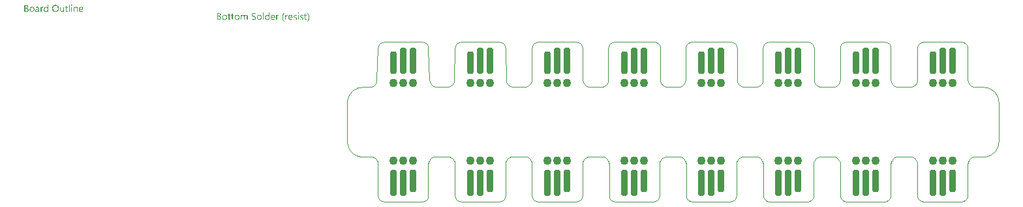
<source format=gbs>
G04*
G04 #@! TF.GenerationSoftware,Altium Limited,Altium Designer,21.9.2 (33)*
G04*
G04 Layer_Color=16711935*
%FSLAX42Y42*%
%MOMM*%
G71*
G04*
G04 #@! TF.SameCoordinates,3B3C94B3-70F9-448F-95CB-C861D5BFCF53*
G04*
G04*
G04 #@! TF.FilePolarity,Negative*
G04*
G01*
G75*
%ADD13C,0.10*%
%ADD17C,0.15*%
G04:AMPARAMS|DCode=19|XSize=0.9mm|YSize=3.45mm|CornerRadius=0.35mm|HoleSize=0mm|Usage=FLASHONLY|Rotation=180.000|XOffset=0mm|YOffset=0mm|HoleType=Round|Shape=RoundedRectangle|*
%AMROUNDEDRECTD19*
21,1,0.90,2.75,0,0,180.0*
21,1,0.20,3.45,0,0,180.0*
1,1,0.70,-0.10,1.37*
1,1,0.70,0.10,1.37*
1,1,0.70,0.10,-1.37*
1,1,0.70,-0.10,-1.37*
%
%ADD19ROUNDEDRECTD19*%
G04:AMPARAMS|DCode=20|XSize=0.9mm|YSize=2.95mm|CornerRadius=0.35mm|HoleSize=0mm|Usage=FLASHONLY|Rotation=180.000|XOffset=0mm|YOffset=0mm|HoleType=Round|Shape=RoundedRectangle|*
%AMROUNDEDRECTD20*
21,1,0.90,2.25,0,0,180.0*
21,1,0.20,2.95,0,0,180.0*
1,1,0.70,-0.10,1.12*
1,1,0.70,0.10,1.12*
1,1,0.70,0.10,-1.12*
1,1,0.70,-0.10,-1.12*
%
%ADD20ROUNDEDRECTD20*%
%ADD21C,1.10*%
G36*
X1100Y4019D02*
X1101Y4019D01*
X1102Y4019D01*
X1103Y4018D01*
X1104Y4018D01*
X1104Y4018D01*
X1104Y4017D01*
X1105Y4017D01*
X1105Y4015D01*
X1105Y4014D01*
X1106Y4013D01*
X1106Y4013D01*
X1106Y4013D01*
X1105Y4012D01*
X1105Y4011D01*
X1105Y4010D01*
X1104Y4009D01*
X1104Y4008D01*
X1103Y4008D01*
X1103Y4008D01*
X1102Y4007D01*
X1101Y4007D01*
X1100Y4007D01*
X1099Y4006D01*
X1098Y4006D01*
X1098Y4007D01*
X1097Y4007D01*
X1096Y4007D01*
X1095Y4008D01*
X1094Y4008D01*
X1094Y4008D01*
X1094Y4008D01*
X1094Y4009D01*
X1093Y4009D01*
X1093Y4011D01*
X1093Y4012D01*
X1092Y4013D01*
X1092Y4013D01*
X1092Y4014D01*
X1093Y4014D01*
X1093Y4015D01*
X1093Y4016D01*
X1094Y4017D01*
X1094Y4018D01*
X1094Y4018D01*
X1095Y4018D01*
X1096Y4019D01*
X1097Y4019D01*
X1098Y4020D01*
X1099Y4020D01*
X1100Y4019D01*
X1100Y4019D02*
G37*
G36*
X795Y3926D02*
X785Y3926D01*
X785Y3937D01*
X785Y3937D01*
X785Y3937D01*
X785Y3937D01*
X784Y3936D01*
X784Y3935D01*
X783Y3934D01*
X782Y3933D01*
X781Y3932D01*
X779Y3931D01*
X778Y3930D01*
X776Y3929D01*
X775Y3928D01*
X773Y3927D01*
X771Y3926D01*
X768Y3925D01*
X766Y3925D01*
X763Y3925D01*
X762Y3925D01*
X761Y3925D01*
X760Y3925D01*
X759Y3925D01*
X756Y3926D01*
X753Y3927D01*
X750Y3929D01*
X748Y3930D01*
X747Y3931D01*
X745Y3932D01*
X744Y3933D01*
X744Y3934D01*
X743Y3934D01*
X743Y3934D01*
X743Y3935D01*
X742Y3936D01*
X741Y3937D01*
X741Y3938D01*
X740Y3940D01*
X739Y3941D01*
X739Y3943D01*
X738Y3945D01*
X738Y3947D01*
X737Y3949D01*
X737Y3952D01*
X737Y3954D01*
X737Y3957D01*
X737Y3957D01*
X737Y3957D01*
X737Y3958D01*
X737Y3959D01*
X737Y3961D01*
X737Y3962D01*
X737Y3964D01*
X738Y3966D01*
X738Y3970D01*
X740Y3974D01*
X741Y3976D01*
X742Y3978D01*
X743Y3980D01*
X744Y3982D01*
X745Y3982D01*
X745Y3983D01*
X745Y3983D01*
X746Y3984D01*
X747Y3984D01*
X748Y3985D01*
X749Y3986D01*
X750Y3987D01*
X753Y3989D01*
X757Y3990D01*
X759Y3991D01*
X761Y3991D01*
X763Y3992D01*
X766Y3992D01*
X767Y3992D01*
X768Y3992D01*
X769Y3991D01*
X770Y3991D01*
X773Y3990D01*
X776Y3989D01*
X778Y3988D01*
X779Y3987D01*
X781Y3986D01*
X782Y3985D01*
X784Y3983D01*
X785Y3981D01*
X785Y3981D01*
X785Y4021D01*
X795Y4021D01*
X795Y3926D01*
X795Y3926D02*
G37*
G36*
X1158Y3992D02*
X1160Y3991D01*
X1162Y3991D01*
X1165Y3990D01*
X1167Y3989D01*
X1170Y3987D01*
X1171Y3986D01*
X1172Y3985D01*
X1172Y3985D01*
X1173Y3984D01*
X1174Y3982D01*
X1175Y3980D01*
X1176Y3977D01*
X1177Y3974D01*
X1177Y3970D01*
X1178Y3965D01*
X1178Y3926D01*
X1167Y3926D01*
X1167Y3963D01*
X1167Y3963D01*
X1167Y3964D01*
X1167Y3965D01*
X1167Y3966D01*
X1167Y3967D01*
X1167Y3969D01*
X1166Y3971D01*
X1165Y3973D01*
X1165Y3975D01*
X1164Y3977D01*
X1162Y3978D01*
X1161Y3980D01*
X1159Y3981D01*
X1157Y3982D01*
X1155Y3983D01*
X1153Y3983D01*
X1152Y3983D01*
X1151Y3983D01*
X1150Y3983D01*
X1148Y3982D01*
X1146Y3982D01*
X1144Y3981D01*
X1142Y3979D01*
X1140Y3977D01*
X1140Y3977D01*
X1139Y3976D01*
X1138Y3975D01*
X1137Y3973D01*
X1136Y3971D01*
X1136Y3969D01*
X1135Y3966D01*
X1135Y3963D01*
X1135Y3926D01*
X1125Y3926D01*
X1125Y3990D01*
X1135Y3990D01*
X1135Y3980D01*
X1135Y3980D01*
X1135Y3980D01*
X1135Y3980D01*
X1136Y3981D01*
X1137Y3981D01*
X1137Y3982D01*
X1138Y3983D01*
X1139Y3984D01*
X1140Y3986D01*
X1142Y3987D01*
X1143Y3988D01*
X1145Y3989D01*
X1147Y3990D01*
X1149Y3991D01*
X1151Y3991D01*
X1154Y3992D01*
X1156Y3992D01*
X1157Y3992D01*
X1158Y3992D01*
X1158Y3992D02*
G37*
G36*
X726Y3991D02*
X728Y3991D01*
X729Y3991D01*
X730Y3990D01*
X730Y3980D01*
X730Y3980D01*
X729Y3980D01*
X729Y3981D01*
X728Y3981D01*
X727Y3981D01*
X725Y3982D01*
X724Y3982D01*
X722Y3982D01*
X722Y3982D01*
X721Y3982D01*
X720Y3982D01*
X718Y3981D01*
X716Y3980D01*
X715Y3979D01*
X713Y3978D01*
X711Y3976D01*
X711Y3975D01*
X710Y3975D01*
X710Y3973D01*
X709Y3971D01*
X708Y3969D01*
X707Y3966D01*
X707Y3963D01*
X707Y3959D01*
X707Y3926D01*
X696Y3926D01*
X696Y3990D01*
X707Y3990D01*
X707Y3977D01*
X707Y3977D01*
X707Y3977D01*
X707Y3977D01*
X707Y3978D01*
X708Y3979D01*
X709Y3981D01*
X710Y3983D01*
X711Y3984D01*
X712Y3986D01*
X714Y3988D01*
X714Y3988D01*
X714Y3988D01*
X715Y3989D01*
X717Y3989D01*
X718Y3990D01*
X720Y3991D01*
X722Y3991D01*
X724Y3991D01*
X725Y3991D01*
X726Y3991D01*
X726Y3991D02*
G37*
G36*
X999Y3926D02*
X989Y3926D01*
X989Y3936D01*
X988Y3936D01*
X988Y3936D01*
X988Y3936D01*
X988Y3935D01*
X987Y3935D01*
X986Y3933D01*
X983Y3931D01*
X982Y3930D01*
X981Y3929D01*
X979Y3928D01*
X977Y3927D01*
X975Y3926D01*
X973Y3925D01*
X971Y3925D01*
X969Y3925D01*
X968Y3925D01*
X967Y3925D01*
X965Y3925D01*
X963Y3926D01*
X961Y3926D01*
X959Y3927D01*
X957Y3928D01*
X955Y3930D01*
X953Y3932D01*
X951Y3934D01*
X949Y3936D01*
X948Y3939D01*
X947Y3943D01*
X946Y3947D01*
X946Y3950D01*
X946Y3952D01*
X946Y3990D01*
X956Y3990D01*
X956Y3954D01*
X956Y3953D01*
X956Y3953D01*
X956Y3952D01*
X956Y3950D01*
X956Y3949D01*
X957Y3947D01*
X957Y3945D01*
X958Y3944D01*
X959Y3942D01*
X960Y3940D01*
X961Y3938D01*
X962Y3937D01*
X964Y3935D01*
X966Y3934D01*
X969Y3934D01*
X971Y3933D01*
X972Y3933D01*
X973Y3934D01*
X974Y3934D01*
X976Y3934D01*
X978Y3935D01*
X980Y3936D01*
X982Y3937D01*
X984Y3939D01*
X984Y3939D01*
X985Y3940D01*
X985Y3941D01*
X986Y3943D01*
X987Y3945D01*
X988Y3947D01*
X988Y3950D01*
X989Y3953D01*
X989Y3990D01*
X999Y3990D01*
X999Y3926D01*
X999Y3926D02*
G37*
G36*
X1104Y3926D02*
X1094Y3926D01*
X1094Y3990D01*
X1104Y3990D01*
X1104Y3926D01*
X1104Y3926D02*
G37*
G36*
X1073Y3926D02*
X1063Y3926D01*
X1063Y4021D01*
X1073Y4021D01*
X1073Y3926D01*
X1073Y3926D02*
G37*
G36*
X657Y3992D02*
X658Y3991D01*
X660Y3991D01*
X662Y3990D01*
X664Y3990D01*
X666Y3989D01*
X668Y3987D01*
X670Y3986D01*
X672Y3984D01*
X674Y3982D01*
X675Y3979D01*
X676Y3976D01*
X677Y3972D01*
X677Y3968D01*
X677Y3926D01*
X667Y3926D01*
X667Y3936D01*
X667Y3936D01*
X667Y3936D01*
X666Y3936D01*
X666Y3935D01*
X665Y3935D01*
X664Y3933D01*
X662Y3931D01*
X659Y3929D01*
X656Y3927D01*
X654Y3926D01*
X652Y3925D01*
X649Y3925D01*
X647Y3925D01*
X646Y3925D01*
X646Y3925D01*
X644Y3925D01*
X642Y3926D01*
X639Y3926D01*
X637Y3927D01*
X634Y3928D01*
X632Y3930D01*
X632Y3930D01*
X631Y3931D01*
X630Y3932D01*
X629Y3933D01*
X629Y3935D01*
X628Y3938D01*
X627Y3940D01*
X627Y3943D01*
X627Y3943D01*
X627Y3944D01*
X627Y3945D01*
X627Y3946D01*
X627Y3947D01*
X628Y3949D01*
X629Y3951D01*
X629Y3953D01*
X631Y3954D01*
X632Y3956D01*
X634Y3958D01*
X636Y3960D01*
X638Y3961D01*
X641Y3962D01*
X644Y3963D01*
X648Y3964D01*
X667Y3967D01*
X667Y3967D01*
X667Y3967D01*
X667Y3968D01*
X667Y3969D01*
X667Y3971D01*
X666Y3972D01*
X665Y3975D01*
X665Y3976D01*
X664Y3978D01*
X663Y3979D01*
X662Y3981D01*
X660Y3982D01*
X658Y3982D01*
X656Y3983D01*
X654Y3983D01*
X653Y3983D01*
X652Y3983D01*
X651Y3983D01*
X650Y3983D01*
X647Y3982D01*
X644Y3981D01*
X640Y3980D01*
X638Y3979D01*
X637Y3978D01*
X635Y3977D01*
X633Y3975D01*
X633Y3986D01*
X633Y3986D01*
X634Y3986D01*
X634Y3986D01*
X635Y3987D01*
X636Y3987D01*
X637Y3988D01*
X638Y3988D01*
X639Y3989D01*
X643Y3990D01*
X646Y3991D01*
X650Y3991D01*
X655Y3992D01*
X656Y3992D01*
X657Y3992D01*
X657Y3992D02*
G37*
G36*
X512Y4016D02*
X513Y4016D01*
X515Y4015D01*
X517Y4015D01*
X520Y4014D01*
X523Y4013D01*
X526Y4012D01*
X529Y4010D01*
X529Y4010D01*
X529Y4010D01*
X530Y4009D01*
X531Y4008D01*
X532Y4006D01*
X533Y4004D01*
X535Y4001D01*
X535Y3999D01*
X536Y3997D01*
X536Y3995D01*
X536Y3995D01*
X536Y3995D01*
X536Y3994D01*
X535Y3993D01*
X535Y3991D01*
X535Y3989D01*
X534Y3986D01*
X533Y3984D01*
X532Y3982D01*
X531Y3982D01*
X531Y3981D01*
X530Y3980D01*
X529Y3979D01*
X527Y3978D01*
X525Y3976D01*
X523Y3975D01*
X520Y3974D01*
X520Y3974D01*
X521Y3974D01*
X521Y3974D01*
X522Y3974D01*
X523Y3973D01*
X525Y3973D01*
X528Y3972D01*
X530Y3971D01*
X532Y3969D01*
X535Y3967D01*
X535Y3967D01*
X535Y3966D01*
X536Y3965D01*
X537Y3963D01*
X538Y3961D01*
X539Y3958D01*
X540Y3955D01*
X540Y3952D01*
X540Y3952D01*
X540Y3952D01*
X540Y3951D01*
X540Y3950D01*
X540Y3949D01*
X540Y3948D01*
X539Y3945D01*
X538Y3942D01*
X537Y3939D01*
X536Y3938D01*
X535Y3936D01*
X533Y3935D01*
X532Y3933D01*
X532Y3933D01*
X531Y3933D01*
X531Y3933D01*
X530Y3932D01*
X529Y3932D01*
X528Y3931D01*
X526Y3930D01*
X523Y3929D01*
X520Y3928D01*
X516Y3927D01*
X513Y3927D01*
X511Y3926D01*
X485Y3926D01*
X485Y4016D01*
X512Y4016D01*
X512Y4016D01*
X512Y4016D02*
G37*
G36*
X1033Y3990D02*
X1049Y3990D01*
X1049Y3981D01*
X1033Y3981D01*
X1033Y3945D01*
X1033Y3945D01*
X1033Y3944D01*
X1033Y3943D01*
X1033Y3942D01*
X1034Y3939D01*
X1034Y3937D01*
X1035Y3936D01*
X1035Y3936D01*
X1036Y3936D01*
X1036Y3936D01*
X1037Y3935D01*
X1038Y3934D01*
X1039Y3934D01*
X1041Y3934D01*
X1042Y3934D01*
X1043Y3934D01*
X1044Y3934D01*
X1045Y3934D01*
X1047Y3935D01*
X1048Y3935D01*
X1049Y3936D01*
X1049Y3927D01*
X1049Y3927D01*
X1048Y3927D01*
X1048Y3926D01*
X1047Y3926D01*
X1045Y3926D01*
X1044Y3925D01*
X1042Y3925D01*
X1040Y3925D01*
X1039Y3925D01*
X1038Y3925D01*
X1037Y3925D01*
X1036Y3926D01*
X1034Y3926D01*
X1033Y3927D01*
X1031Y3928D01*
X1030Y3928D01*
X1028Y3930D01*
X1027Y3931D01*
X1025Y3933D01*
X1024Y3935D01*
X1023Y3938D01*
X1023Y3940D01*
X1023Y3944D01*
X1023Y3981D01*
X1012Y3981D01*
X1012Y3990D01*
X1023Y3990D01*
X1023Y4006D01*
X1033Y4009D01*
X1033Y3990D01*
X1033Y3990D02*
G37*
G36*
X1224Y3992D02*
X1225Y3991D01*
X1226Y3991D01*
X1229Y3991D01*
X1232Y3990D01*
X1235Y3988D01*
X1237Y3987D01*
X1239Y3986D01*
X1240Y3985D01*
X1241Y3983D01*
X1242Y3983D01*
X1242Y3983D01*
X1242Y3983D01*
X1243Y3982D01*
X1243Y3981D01*
X1244Y3980D01*
X1244Y3979D01*
X1245Y3978D01*
X1246Y3976D01*
X1246Y3975D01*
X1247Y3973D01*
X1247Y3971D01*
X1248Y3968D01*
X1248Y3966D01*
X1248Y3964D01*
X1248Y3961D01*
X1248Y3956D01*
X1203Y3956D01*
X1203Y3956D01*
X1203Y3955D01*
X1203Y3955D01*
X1203Y3954D01*
X1204Y3953D01*
X1204Y3952D01*
X1204Y3950D01*
X1205Y3947D01*
X1206Y3944D01*
X1207Y3942D01*
X1209Y3939D01*
X1209Y3939D01*
X1210Y3938D01*
X1211Y3937D01*
X1213Y3936D01*
X1215Y3935D01*
X1218Y3934D01*
X1221Y3934D01*
X1224Y3933D01*
X1225Y3933D01*
X1226Y3934D01*
X1227Y3934D01*
X1228Y3934D01*
X1231Y3934D01*
X1234Y3935D01*
X1237Y3936D01*
X1240Y3938D01*
X1242Y3939D01*
X1244Y3941D01*
X1244Y3931D01*
X1244Y3931D01*
X1243Y3931D01*
X1243Y3931D01*
X1242Y3930D01*
X1241Y3930D01*
X1240Y3929D01*
X1239Y3929D01*
X1238Y3928D01*
X1236Y3927D01*
X1235Y3927D01*
X1231Y3926D01*
X1226Y3925D01*
X1222Y3925D01*
X1220Y3925D01*
X1219Y3925D01*
X1218Y3925D01*
X1217Y3925D01*
X1214Y3926D01*
X1210Y3927D01*
X1207Y3929D01*
X1205Y3930D01*
X1204Y3931D01*
X1202Y3932D01*
X1200Y3934D01*
X1200Y3934D01*
X1200Y3934D01*
X1200Y3935D01*
X1199Y3935D01*
X1199Y3936D01*
X1198Y3937D01*
X1197Y3939D01*
X1197Y3940D01*
X1196Y3942D01*
X1195Y3943D01*
X1194Y3945D01*
X1194Y3948D01*
X1193Y3950D01*
X1193Y3953D01*
X1193Y3955D01*
X1193Y3958D01*
X1193Y3958D01*
X1193Y3959D01*
X1193Y3959D01*
X1193Y3961D01*
X1193Y3962D01*
X1193Y3963D01*
X1193Y3965D01*
X1194Y3967D01*
X1195Y3970D01*
X1196Y3975D01*
X1197Y3977D01*
X1198Y3978D01*
X1200Y3981D01*
X1201Y3982D01*
X1201Y3982D01*
X1201Y3983D01*
X1202Y3983D01*
X1203Y3984D01*
X1203Y3984D01*
X1204Y3985D01*
X1206Y3986D01*
X1207Y3987D01*
X1210Y3989D01*
X1213Y3990D01*
X1215Y3991D01*
X1218Y3991D01*
X1220Y3992D01*
X1222Y3992D01*
X1223Y3992D01*
X1224Y3992D01*
X1224Y3992D02*
G37*
G36*
X893Y4017D02*
X894Y4017D01*
X896Y4017D01*
X898Y4016D01*
X901Y4016D01*
X903Y4015D01*
X905Y4014D01*
X908Y4013D01*
X910Y4012D01*
X913Y4011D01*
X915Y4009D01*
X917Y4007D01*
X920Y4005D01*
X920Y4005D01*
X920Y4004D01*
X921Y4003D01*
X921Y4003D01*
X922Y4001D01*
X923Y4000D01*
X924Y3998D01*
X925Y3996D01*
X926Y3994D01*
X927Y3991D01*
X928Y3989D01*
X929Y3986D01*
X930Y3983D01*
X930Y3979D01*
X931Y3976D01*
X931Y3972D01*
X931Y3972D01*
X931Y3971D01*
X931Y3970D01*
X931Y3969D01*
X931Y3967D01*
X930Y3965D01*
X930Y3962D01*
X929Y3960D01*
X929Y3957D01*
X928Y3954D01*
X927Y3951D01*
X926Y3948D01*
X925Y3945D01*
X923Y3943D01*
X921Y3940D01*
X919Y3938D01*
X919Y3937D01*
X919Y3937D01*
X918Y3936D01*
X917Y3936D01*
X916Y3935D01*
X915Y3934D01*
X913Y3932D01*
X911Y3931D01*
X909Y3930D01*
X907Y3929D01*
X904Y3928D01*
X901Y3927D01*
X898Y3926D01*
X895Y3925D01*
X892Y3925D01*
X888Y3925D01*
X887Y3925D01*
X886Y3925D01*
X885Y3925D01*
X884Y3925D01*
X882Y3926D01*
X880Y3926D01*
X877Y3927D01*
X875Y3927D01*
X872Y3928D01*
X870Y3929D01*
X867Y3930D01*
X865Y3932D01*
X862Y3933D01*
X860Y3935D01*
X858Y3937D01*
X858Y3938D01*
X857Y3938D01*
X857Y3939D01*
X856Y3940D01*
X855Y3941D01*
X854Y3942D01*
X853Y3944D01*
X852Y3946D01*
X851Y3948D01*
X850Y3951D01*
X849Y3953D01*
X848Y3956D01*
X848Y3959D01*
X847Y3963D01*
X847Y3966D01*
X846Y3970D01*
X846Y3970D01*
X846Y3971D01*
X847Y3972D01*
X847Y3974D01*
X847Y3975D01*
X847Y3978D01*
X847Y3980D01*
X848Y3982D01*
X849Y3985D01*
X849Y3988D01*
X850Y3991D01*
X851Y3994D01*
X853Y3996D01*
X854Y3999D01*
X856Y4002D01*
X858Y4004D01*
X858Y4005D01*
X859Y4005D01*
X859Y4006D01*
X860Y4006D01*
X861Y4007D01*
X863Y4008D01*
X865Y4010D01*
X866Y4011D01*
X869Y4012D01*
X871Y4013D01*
X874Y4014D01*
X876Y4015D01*
X879Y4016D01*
X883Y4017D01*
X886Y4017D01*
X890Y4017D01*
X892Y4017D01*
X893Y4017D01*
X893Y4017D02*
G37*
G36*
X587Y3992D02*
X588Y3991D01*
X590Y3991D01*
X593Y3991D01*
X597Y3989D01*
X600Y3988D01*
X602Y3987D01*
X604Y3986D01*
X606Y3984D01*
X607Y3983D01*
X607Y3983D01*
X607Y3982D01*
X608Y3982D01*
X608Y3981D01*
X609Y3980D01*
X610Y3979D01*
X610Y3978D01*
X611Y3977D01*
X612Y3975D01*
X613Y3973D01*
X613Y3971D01*
X614Y3969D01*
X614Y3967D01*
X615Y3964D01*
X615Y3961D01*
X615Y3958D01*
X615Y3958D01*
X615Y3958D01*
X615Y3957D01*
X615Y3956D01*
X615Y3955D01*
X615Y3953D01*
X614Y3952D01*
X614Y3950D01*
X613Y3946D01*
X612Y3942D01*
X611Y3940D01*
X609Y3938D01*
X608Y3936D01*
X607Y3934D01*
X606Y3934D01*
X606Y3934D01*
X606Y3933D01*
X605Y3933D01*
X604Y3932D01*
X603Y3931D01*
X602Y3930D01*
X600Y3930D01*
X599Y3929D01*
X597Y3928D01*
X595Y3927D01*
X593Y3926D01*
X591Y3926D01*
X589Y3925D01*
X586Y3925D01*
X583Y3925D01*
X582Y3925D01*
X581Y3925D01*
X580Y3925D01*
X579Y3925D01*
X577Y3926D01*
X575Y3926D01*
X572Y3927D01*
X568Y3929D01*
X566Y3930D01*
X564Y3931D01*
X563Y3932D01*
X561Y3934D01*
X561Y3934D01*
X560Y3934D01*
X560Y3935D01*
X560Y3935D01*
X559Y3936D01*
X558Y3937D01*
X557Y3939D01*
X557Y3940D01*
X556Y3942D01*
X555Y3944D01*
X554Y3945D01*
X554Y3948D01*
X553Y3952D01*
X553Y3955D01*
X552Y3958D01*
X552Y3958D01*
X552Y3958D01*
X552Y3959D01*
X553Y3960D01*
X553Y3961D01*
X553Y3963D01*
X553Y3965D01*
X554Y3967D01*
X554Y3971D01*
X556Y3975D01*
X557Y3977D01*
X558Y3979D01*
X560Y3981D01*
X561Y3983D01*
X561Y3983D01*
X562Y3983D01*
X562Y3983D01*
X563Y3984D01*
X564Y3985D01*
X565Y3985D01*
X566Y3986D01*
X567Y3987D01*
X569Y3988D01*
X571Y3989D01*
X573Y3990D01*
X575Y3990D01*
X577Y3991D01*
X580Y3991D01*
X582Y3992D01*
X585Y3992D01*
X586Y3992D01*
X587Y3992D01*
X587Y3992D02*
G37*
G36*
X4043Y3916D02*
X4043Y3916D01*
X4045Y3915D01*
X4045Y3915D01*
X4046Y3914D01*
X4046Y3914D01*
X4047Y3914D01*
X4047Y3913D01*
X4048Y3911D01*
X4048Y3910D01*
X4048Y3909D01*
X4048Y3909D01*
X4048Y3909D01*
X4048Y3908D01*
X4048Y3908D01*
X4048Y3906D01*
X4047Y3905D01*
X4046Y3905D01*
X4046Y3905D01*
X4046Y3904D01*
X4045Y3904D01*
X4044Y3903D01*
X4043Y3903D01*
X4042Y3903D01*
X4041Y3903D01*
X4041Y3903D01*
X4040Y3903D01*
X4039Y3904D01*
X4038Y3904D01*
X4037Y3905D01*
X4037Y3905D01*
X4037Y3905D01*
X4036Y3905D01*
X4036Y3906D01*
X4035Y3907D01*
X4035Y3908D01*
X4035Y3909D01*
X4035Y3910D01*
X4035Y3910D01*
X4035Y3910D01*
X4035Y3911D01*
X4036Y3913D01*
X4036Y3913D01*
X4037Y3914D01*
X4037Y3914D01*
X4037Y3914D01*
X4038Y3915D01*
X4040Y3916D01*
X4041Y3916D01*
X4042Y3916D01*
X4043Y3916D01*
X4043Y3916D02*
G37*
G36*
X3469Y3913D02*
X3471Y3913D01*
X3474Y3913D01*
X3477Y3913D01*
X3480Y3912D01*
X3483Y3911D01*
X3484Y3911D01*
X3485Y3910D01*
X3485Y3899D01*
X3485Y3899D01*
X3485Y3899D01*
X3485Y3899D01*
X3484Y3899D01*
X3483Y3900D01*
X3482Y3900D01*
X3480Y3901D01*
X3477Y3902D01*
X3474Y3903D01*
X3469Y3904D01*
X3465Y3904D01*
X3464Y3904D01*
X3463Y3904D01*
X3462Y3904D01*
X3461Y3904D01*
X3458Y3903D01*
X3458Y3903D01*
X3457Y3903D01*
X3457Y3903D01*
X3456Y3903D01*
X3454Y3902D01*
X3452Y3901D01*
X3452Y3901D01*
X3451Y3901D01*
X3451Y3900D01*
X3450Y3900D01*
X3449Y3899D01*
X3448Y3897D01*
X3448Y3897D01*
X3447Y3896D01*
X3447Y3896D01*
X3447Y3895D01*
X3446Y3894D01*
X3446Y3893D01*
X3446Y3891D01*
X3446Y3891D01*
X3446Y3890D01*
X3446Y3889D01*
X3446Y3889D01*
X3446Y3887D01*
X3447Y3885D01*
X3447Y3885D01*
X3448Y3884D01*
X3448Y3884D01*
X3448Y3883D01*
X3449Y3882D01*
X3451Y3880D01*
X3451Y3880D01*
X3451Y3880D01*
X3452Y3879D01*
X3453Y3879D01*
X3454Y3878D01*
X3455Y3878D01*
X3457Y3876D01*
X3457Y3876D01*
X3458Y3876D01*
X3459Y3875D01*
X3460Y3875D01*
X3461Y3874D01*
X3462Y3874D01*
X3465Y3872D01*
X3465Y3872D01*
X3466Y3872D01*
X3467Y3871D01*
X3468Y3870D01*
X3470Y3870D01*
X3471Y3869D01*
X3474Y3867D01*
X3475Y3867D01*
X3475Y3866D01*
X3476Y3866D01*
X3477Y3865D01*
X3479Y3863D01*
X3482Y3861D01*
X3482Y3861D01*
X3483Y3861D01*
X3483Y3860D01*
X3484Y3859D01*
X3485Y3858D01*
X3486Y3857D01*
X3487Y3854D01*
X3487Y3854D01*
X3487Y3853D01*
X3488Y3853D01*
X3488Y3852D01*
X3488Y3850D01*
X3489Y3849D01*
X3489Y3847D01*
X3489Y3845D01*
X3489Y3845D01*
X3489Y3844D01*
X3489Y3843D01*
X3489Y3841D01*
X3488Y3840D01*
X3488Y3838D01*
X3487Y3836D01*
X3486Y3834D01*
X3486Y3834D01*
X3486Y3833D01*
X3485Y3833D01*
X3485Y3831D01*
X3484Y3830D01*
X3482Y3829D01*
X3481Y3828D01*
X3479Y3827D01*
X3479Y3826D01*
X3479Y3826D01*
X3478Y3826D01*
X3476Y3825D01*
X3475Y3824D01*
X3473Y3824D01*
X3471Y3823D01*
X3469Y3823D01*
X3469Y3823D01*
X3468Y3822D01*
X3467Y3822D01*
X3466Y3822D01*
X3464Y3822D01*
X3462Y3822D01*
X3460Y3821D01*
X3456Y3821D01*
X3454Y3822D01*
X3452Y3822D01*
X3451Y3822D01*
X3451Y3822D01*
X3450Y3822D01*
X3448Y3822D01*
X3446Y3823D01*
X3446Y3823D01*
X3445Y3823D01*
X3444Y3823D01*
X3444Y3823D01*
X3442Y3824D01*
X3440Y3824D01*
X3439Y3824D01*
X3439Y3824D01*
X3439Y3824D01*
X3438Y3825D01*
X3436Y3825D01*
X3435Y3826D01*
X3435Y3839D01*
X3435Y3838D01*
X3435Y3838D01*
X3436Y3838D01*
X3436Y3838D01*
X3438Y3836D01*
X3440Y3835D01*
X3440Y3835D01*
X3440Y3835D01*
X3441Y3835D01*
X3442Y3834D01*
X3444Y3833D01*
X3446Y3833D01*
X3446Y3833D01*
X3447Y3833D01*
X3447Y3832D01*
X3448Y3832D01*
X3450Y3832D01*
X3453Y3831D01*
X3453Y3831D01*
X3454Y3831D01*
X3455Y3831D01*
X3457Y3831D01*
X3459Y3831D01*
X3460Y3831D01*
X3462Y3831D01*
X3464Y3831D01*
X3467Y3831D01*
X3469Y3832D01*
X3471Y3833D01*
X3473Y3834D01*
X3474Y3834D01*
X3474Y3835D01*
X3475Y3836D01*
X3476Y3837D01*
X3477Y3838D01*
X3477Y3840D01*
X3478Y3842D01*
X3478Y3844D01*
X3478Y3845D01*
X3478Y3845D01*
X3478Y3846D01*
X3478Y3847D01*
X3477Y3849D01*
X3476Y3851D01*
X3476Y3851D01*
X3476Y3851D01*
X3476Y3852D01*
X3475Y3852D01*
X3474Y3854D01*
X3472Y3856D01*
X3472Y3856D01*
X3472Y3856D01*
X3471Y3856D01*
X3470Y3857D01*
X3469Y3858D01*
X3468Y3858D01*
X3465Y3860D01*
X3465Y3860D01*
X3465Y3860D01*
X3464Y3861D01*
X3463Y3861D01*
X3462Y3862D01*
X3460Y3863D01*
X3457Y3864D01*
X3457Y3864D01*
X3456Y3865D01*
X3455Y3865D01*
X3454Y3866D01*
X3453Y3866D01*
X3452Y3867D01*
X3449Y3869D01*
X3448Y3869D01*
X3448Y3869D01*
X3447Y3870D01*
X3446Y3871D01*
X3444Y3872D01*
X3441Y3874D01*
X3441Y3874D01*
X3441Y3875D01*
X3440Y3875D01*
X3440Y3876D01*
X3439Y3877D01*
X3438Y3878D01*
X3437Y3881D01*
X3437Y3881D01*
X3436Y3882D01*
X3436Y3882D01*
X3436Y3883D01*
X3436Y3885D01*
X3435Y3886D01*
X3435Y3888D01*
X3435Y3890D01*
X3435Y3890D01*
X3435Y3891D01*
X3435Y3892D01*
X3435Y3893D01*
X3436Y3895D01*
X3436Y3897D01*
X3437Y3899D01*
X3438Y3900D01*
X3438Y3900D01*
X3438Y3901D01*
X3439Y3902D01*
X3440Y3903D01*
X3440Y3904D01*
X3442Y3905D01*
X3443Y3907D01*
X3445Y3908D01*
X3445Y3908D01*
X3446Y3908D01*
X3446Y3909D01*
X3448Y3909D01*
X3449Y3910D01*
X3451Y3911D01*
X3453Y3911D01*
X3455Y3912D01*
X3455Y3912D01*
X3456Y3912D01*
X3457Y3913D01*
X3458Y3913D01*
X3460Y3913D01*
X3462Y3913D01*
X3466Y3914D01*
X3468Y3914D01*
X3469Y3913D01*
X3469Y3913D02*
G37*
G36*
X3666Y3823D02*
X3656Y3823D01*
X3656Y3833D01*
X3655Y3833D01*
X3655Y3833D01*
X3655Y3833D01*
X3654Y3832D01*
X3654Y3832D01*
X3653Y3831D01*
X3652Y3830D01*
X3651Y3829D01*
X3650Y3827D01*
X3648Y3826D01*
X3647Y3825D01*
X3645Y3824D01*
X3643Y3823D01*
X3641Y3822D01*
X3639Y3822D01*
X3636Y3822D01*
X3633Y3821D01*
X3632Y3821D01*
X3631Y3822D01*
X3630Y3822D01*
X3629Y3822D01*
X3626Y3822D01*
X3623Y3823D01*
X3620Y3825D01*
X3618Y3826D01*
X3617Y3827D01*
X3615Y3828D01*
X3614Y3830D01*
X3614Y3830D01*
X3614Y3830D01*
X3613Y3831D01*
X3613Y3831D01*
X3612Y3832D01*
X3612Y3833D01*
X3611Y3835D01*
X3611Y3836D01*
X3610Y3838D01*
X3609Y3839D01*
X3609Y3841D01*
X3608Y3843D01*
X3608Y3845D01*
X3607Y3848D01*
X3607Y3850D01*
X3607Y3853D01*
X3607Y3853D01*
X3607Y3854D01*
X3607Y3855D01*
X3607Y3856D01*
X3607Y3857D01*
X3607Y3859D01*
X3608Y3860D01*
X3608Y3862D01*
X3609Y3866D01*
X3610Y3871D01*
X3611Y3873D01*
X3612Y3875D01*
X3613Y3877D01*
X3615Y3878D01*
X3615Y3879D01*
X3615Y3879D01*
X3616Y3879D01*
X3616Y3880D01*
X3617Y3881D01*
X3618Y3881D01*
X3619Y3882D01*
X3621Y3883D01*
X3624Y3885D01*
X3627Y3887D01*
X3629Y3887D01*
X3632Y3888D01*
X3634Y3888D01*
X3636Y3888D01*
X3637Y3888D01*
X3638Y3888D01*
X3639Y3888D01*
X3641Y3888D01*
X3643Y3887D01*
X3647Y3885D01*
X3648Y3885D01*
X3650Y3884D01*
X3651Y3883D01*
X3653Y3881D01*
X3654Y3880D01*
X3655Y3878D01*
X3656Y3878D01*
X3656Y3917D01*
X3666Y3917D01*
X3666Y3823D01*
X3666Y3823D02*
G37*
G36*
X4091Y3888D02*
X4093Y3888D01*
X4095Y3887D01*
X4098Y3887D01*
X4100Y3886D01*
X4103Y3885D01*
X4103Y3875D01*
X4103Y3875D01*
X4102Y3876D01*
X4100Y3876D01*
X4098Y3877D01*
X4096Y3878D01*
X4093Y3879D01*
X4090Y3879D01*
X4087Y3879D01*
X4085Y3879D01*
X4083Y3879D01*
X4081Y3879D01*
X4081Y3879D01*
X4081Y3879D01*
X4080Y3878D01*
X4079Y3878D01*
X4078Y3877D01*
X4077Y3877D01*
X4077Y3876D01*
X4076Y3875D01*
X4075Y3874D01*
X4075Y3874D01*
X4075Y3873D01*
X4074Y3872D01*
X4074Y3870D01*
X4074Y3870D01*
X4074Y3870D01*
X4074Y3869D01*
X4074Y3869D01*
X4075Y3868D01*
X4075Y3866D01*
X4075Y3866D01*
X4076Y3865D01*
X4077Y3864D01*
X4078Y3863D01*
X4078Y3863D01*
X4078Y3863D01*
X4079Y3862D01*
X4080Y3862D01*
X4082Y3861D01*
X4082Y3861D01*
X4082Y3861D01*
X4083Y3860D01*
X4084Y3860D01*
X4085Y3860D01*
X4088Y3859D01*
X4088Y3859D01*
X4088Y3858D01*
X4089Y3858D01*
X4090Y3858D01*
X4093Y3857D01*
X4095Y3855D01*
X4095Y3855D01*
X4096Y3855D01*
X4096Y3855D01*
X4097Y3854D01*
X4099Y3853D01*
X4101Y3851D01*
X4101Y3851D01*
X4101Y3851D01*
X4102Y3851D01*
X4102Y3850D01*
X4104Y3848D01*
X4105Y3846D01*
X4105Y3846D01*
X4105Y3846D01*
X4105Y3845D01*
X4105Y3844D01*
X4106Y3844D01*
X4106Y3842D01*
X4106Y3840D01*
X4106Y3840D01*
X4106Y3839D01*
X4106Y3838D01*
X4106Y3837D01*
X4105Y3836D01*
X4105Y3834D01*
X4104Y3833D01*
X4104Y3832D01*
X4104Y3831D01*
X4103Y3831D01*
X4103Y3830D01*
X4102Y3830D01*
X4101Y3829D01*
X4101Y3828D01*
X4098Y3826D01*
X4098Y3826D01*
X4098Y3825D01*
X4097Y3825D01*
X4096Y3824D01*
X4095Y3824D01*
X4093Y3823D01*
X4092Y3823D01*
X4090Y3822D01*
X4090Y3822D01*
X4089Y3822D01*
X4088Y3822D01*
X4087Y3822D01*
X4086Y3822D01*
X4084Y3822D01*
X4081Y3821D01*
X4079Y3821D01*
X4077Y3822D01*
X4075Y3822D01*
X4072Y3822D01*
X4069Y3823D01*
X4066Y3824D01*
X4064Y3825D01*
X4064Y3836D01*
X4064Y3836D01*
X4064Y3836D01*
X4064Y3835D01*
X4065Y3835D01*
X4067Y3834D01*
X4069Y3833D01*
X4072Y3832D01*
X4075Y3831D01*
X4078Y3830D01*
X4082Y3830D01*
X4083Y3830D01*
X4084Y3830D01*
X4086Y3830D01*
X4089Y3831D01*
X4091Y3832D01*
X4092Y3833D01*
X4093Y3834D01*
X4094Y3835D01*
X4095Y3836D01*
X4095Y3837D01*
X4095Y3839D01*
X4095Y3839D01*
X4095Y3839D01*
X4095Y3840D01*
X4095Y3840D01*
X4095Y3842D01*
X4094Y3843D01*
X4094Y3843D01*
X4094Y3843D01*
X4093Y3844D01*
X4092Y3845D01*
X4091Y3846D01*
X4091Y3846D01*
X4091Y3847D01*
X4090Y3847D01*
X4088Y3848D01*
X4087Y3849D01*
X4086Y3849D01*
X4086Y3849D01*
X4086Y3849D01*
X4085Y3849D01*
X4083Y3850D01*
X4081Y3851D01*
X4081Y3851D01*
X4080Y3851D01*
X4079Y3852D01*
X4078Y3852D01*
X4076Y3853D01*
X4073Y3854D01*
X4073Y3855D01*
X4073Y3855D01*
X4072Y3855D01*
X4071Y3855D01*
X4070Y3857D01*
X4068Y3858D01*
X4068Y3858D01*
X4068Y3858D01*
X4067Y3859D01*
X4067Y3860D01*
X4066Y3861D01*
X4065Y3863D01*
X4065Y3863D01*
X4065Y3863D01*
X4064Y3864D01*
X4064Y3865D01*
X4064Y3866D01*
X4064Y3867D01*
X4064Y3870D01*
X4064Y3870D01*
X4064Y3870D01*
X4064Y3871D01*
X4064Y3872D01*
X4064Y3874D01*
X4065Y3875D01*
X4065Y3876D01*
X4066Y3877D01*
X4066Y3878D01*
X4066Y3878D01*
X4067Y3879D01*
X4067Y3880D01*
X4069Y3881D01*
X4071Y3883D01*
X4071Y3883D01*
X4072Y3884D01*
X4072Y3884D01*
X4073Y3885D01*
X4075Y3885D01*
X4076Y3886D01*
X4079Y3887D01*
X4079Y3887D01*
X4080Y3887D01*
X4081Y3887D01*
X4082Y3887D01*
X4083Y3888D01*
X4085Y3888D01*
X4088Y3888D01*
X4090Y3888D01*
X4091Y3888D01*
X4091Y3888D02*
G37*
G36*
X4006Y3888D02*
X4008Y3888D01*
X4010Y3887D01*
X4013Y3887D01*
X4015Y3886D01*
X4018Y3885D01*
X4018Y3875D01*
X4017Y3875D01*
X4016Y3876D01*
X4015Y3876D01*
X4013Y3877D01*
X4011Y3878D01*
X4008Y3879D01*
X4005Y3879D01*
X4001Y3879D01*
X4000Y3879D01*
X3998Y3879D01*
X3996Y3879D01*
X3996Y3879D01*
X3996Y3879D01*
X3995Y3878D01*
X3994Y3878D01*
X3992Y3877D01*
X3992Y3877D01*
X3991Y3876D01*
X3991Y3875D01*
X3990Y3874D01*
X3990Y3874D01*
X3989Y3873D01*
X3989Y3872D01*
X3989Y3870D01*
X3989Y3870D01*
X3989Y3870D01*
X3989Y3869D01*
X3989Y3869D01*
X3989Y3868D01*
X3990Y3866D01*
X3990Y3866D01*
X3990Y3865D01*
X3991Y3864D01*
X3993Y3863D01*
X3993Y3863D01*
X3993Y3863D01*
X3994Y3862D01*
X3995Y3862D01*
X3997Y3861D01*
X3997Y3861D01*
X3997Y3861D01*
X3998Y3860D01*
X3998Y3860D01*
X4000Y3860D01*
X4002Y3859D01*
X4003Y3859D01*
X4003Y3858D01*
X4004Y3858D01*
X4005Y3858D01*
X4007Y3857D01*
X4010Y3855D01*
X4010Y3855D01*
X4011Y3855D01*
X4011Y3855D01*
X4012Y3854D01*
X4014Y3853D01*
X4016Y3851D01*
X4016Y3851D01*
X4016Y3851D01*
X4017Y3851D01*
X4017Y3850D01*
X4018Y3848D01*
X4019Y3846D01*
X4019Y3846D01*
X4020Y3846D01*
X4020Y3845D01*
X4020Y3844D01*
X4020Y3844D01*
X4020Y3842D01*
X4021Y3840D01*
X4021Y3840D01*
X4021Y3839D01*
X4020Y3838D01*
X4020Y3837D01*
X4020Y3836D01*
X4020Y3834D01*
X4019Y3833D01*
X4018Y3832D01*
X4018Y3831D01*
X4018Y3831D01*
X4018Y3830D01*
X4017Y3830D01*
X4016Y3829D01*
X4015Y3828D01*
X4013Y3826D01*
X4013Y3826D01*
X4012Y3825D01*
X4012Y3825D01*
X4011Y3824D01*
X4009Y3824D01*
X4008Y3823D01*
X4007Y3823D01*
X4005Y3822D01*
X4005Y3822D01*
X4004Y3822D01*
X4003Y3822D01*
X4002Y3822D01*
X4001Y3822D01*
X3999Y3822D01*
X3995Y3821D01*
X3994Y3821D01*
X3992Y3822D01*
X3990Y3822D01*
X3987Y3822D01*
X3984Y3823D01*
X3981Y3824D01*
X3978Y3825D01*
X3978Y3836D01*
X3979Y3836D01*
X3979Y3836D01*
X3979Y3835D01*
X3980Y3835D01*
X3981Y3834D01*
X3984Y3833D01*
X3987Y3832D01*
X3990Y3831D01*
X3993Y3830D01*
X3997Y3830D01*
X3998Y3830D01*
X3999Y3830D01*
X4001Y3830D01*
X4004Y3831D01*
X4006Y3832D01*
X4007Y3833D01*
X4008Y3834D01*
X4009Y3835D01*
X4009Y3836D01*
X4010Y3837D01*
X4010Y3839D01*
X4010Y3839D01*
X4010Y3839D01*
X4010Y3840D01*
X4010Y3840D01*
X4010Y3842D01*
X4009Y3843D01*
X4009Y3843D01*
X4009Y3843D01*
X4008Y3844D01*
X4007Y3845D01*
X4006Y3846D01*
X4006Y3846D01*
X4006Y3847D01*
X4005Y3847D01*
X4003Y3848D01*
X4001Y3849D01*
X4001Y3849D01*
X4001Y3849D01*
X4000Y3849D01*
X4000Y3849D01*
X3998Y3850D01*
X3996Y3851D01*
X3995Y3851D01*
X3995Y3851D01*
X3994Y3852D01*
X3993Y3852D01*
X3991Y3853D01*
X3988Y3854D01*
X3988Y3855D01*
X3988Y3855D01*
X3987Y3855D01*
X3986Y3855D01*
X3984Y3857D01*
X3983Y3858D01*
X3983Y3858D01*
X3982Y3858D01*
X3982Y3859D01*
X3981Y3860D01*
X3980Y3861D01*
X3979Y3863D01*
X3979Y3863D01*
X3979Y3863D01*
X3979Y3864D01*
X3979Y3865D01*
X3979Y3866D01*
X3979Y3867D01*
X3979Y3870D01*
X3979Y3870D01*
X3979Y3870D01*
X3979Y3871D01*
X3979Y3872D01*
X3979Y3874D01*
X3979Y3875D01*
X3980Y3876D01*
X3981Y3877D01*
X3981Y3878D01*
X3981Y3878D01*
X3981Y3879D01*
X3982Y3880D01*
X3984Y3881D01*
X3986Y3883D01*
X3986Y3883D01*
X3987Y3884D01*
X3987Y3884D01*
X3988Y3885D01*
X3989Y3885D01*
X3991Y3886D01*
X3994Y3887D01*
X3994Y3887D01*
X3995Y3887D01*
X3995Y3887D01*
X3997Y3887D01*
X3998Y3888D01*
X3999Y3888D01*
X4003Y3888D01*
X4004Y3888D01*
X4006Y3888D01*
X4006Y3888D02*
G37*
G36*
X3364Y3888D02*
X3366Y3888D01*
X3367Y3887D01*
X3369Y3887D01*
X3371Y3886D01*
X3373Y3885D01*
X3375Y3883D01*
X3377Y3882D01*
X3379Y3880D01*
X3380Y3877D01*
X3382Y3874D01*
X3383Y3871D01*
X3383Y3867D01*
X3384Y3862D01*
X3384Y3823D01*
X3373Y3823D01*
X3373Y3859D01*
X3373Y3860D01*
X3373Y3860D01*
X3373Y3860D01*
X3373Y3861D01*
X3373Y3863D01*
X3373Y3865D01*
X3373Y3868D01*
X3372Y3870D01*
X3371Y3873D01*
X3370Y3875D01*
X3370Y3875D01*
X3369Y3875D01*
X3369Y3876D01*
X3367Y3877D01*
X3366Y3878D01*
X3364Y3879D01*
X3362Y3879D01*
X3359Y3879D01*
X3359Y3879D01*
X3358Y3879D01*
X3357Y3879D01*
X3355Y3879D01*
X3353Y3878D01*
X3351Y3877D01*
X3350Y3875D01*
X3348Y3873D01*
X3348Y3873D01*
X3347Y3872D01*
X3346Y3871D01*
X3346Y3869D01*
X3345Y3867D01*
X3344Y3865D01*
X3343Y3862D01*
X3343Y3859D01*
X3343Y3823D01*
X3333Y3823D01*
X3333Y3861D01*
X3333Y3861D01*
X3333Y3861D01*
X3333Y3862D01*
X3333Y3864D01*
X3333Y3865D01*
X3332Y3867D01*
X3332Y3868D01*
X3331Y3870D01*
X3331Y3872D01*
X3330Y3873D01*
X3328Y3875D01*
X3327Y3876D01*
X3325Y3878D01*
X3323Y3879D01*
X3321Y3879D01*
X3319Y3879D01*
X3318Y3879D01*
X3318Y3879D01*
X3316Y3879D01*
X3315Y3879D01*
X3313Y3878D01*
X3311Y3877D01*
X3309Y3876D01*
X3307Y3874D01*
X3307Y3873D01*
X3307Y3873D01*
X3306Y3872D01*
X3305Y3870D01*
X3304Y3868D01*
X3304Y3865D01*
X3303Y3862D01*
X3303Y3859D01*
X3303Y3823D01*
X3293Y3823D01*
X3293Y3887D01*
X3303Y3887D01*
X3303Y3876D01*
X3303Y3876D01*
X3304Y3877D01*
X3304Y3877D01*
X3304Y3877D01*
X3305Y3878D01*
X3306Y3880D01*
X3308Y3882D01*
X3311Y3884D01*
X3315Y3886D01*
X3317Y3887D01*
X3319Y3888D01*
X3321Y3888D01*
X3323Y3888D01*
X3324Y3888D01*
X3326Y3888D01*
X3327Y3888D01*
X3329Y3887D01*
X3331Y3886D01*
X3333Y3886D01*
X3335Y3884D01*
X3335Y3884D01*
X3335Y3884D01*
X3336Y3883D01*
X3337Y3882D01*
X3338Y3880D01*
X3339Y3879D01*
X3340Y3877D01*
X3341Y3875D01*
X3341Y3875D01*
X3342Y3875D01*
X3342Y3876D01*
X3343Y3877D01*
X3343Y3878D01*
X3344Y3879D01*
X3345Y3880D01*
X3347Y3881D01*
X3348Y3883D01*
X3350Y3884D01*
X3351Y3885D01*
X3353Y3886D01*
X3355Y3887D01*
X3357Y3887D01*
X3360Y3888D01*
X3362Y3888D01*
X3363Y3888D01*
X3364Y3888D01*
X3364Y3888D02*
G37*
G36*
X3901Y3888D02*
X3902Y3887D01*
X3904Y3887D01*
X3904Y3887D01*
X3904Y3876D01*
X3904Y3876D01*
X3904Y3877D01*
X3903Y3877D01*
X3902Y3877D01*
X3901Y3878D01*
X3900Y3878D01*
X3898Y3878D01*
X3897Y3878D01*
X3896Y3878D01*
X3895Y3878D01*
X3894Y3878D01*
X3893Y3877D01*
X3891Y3877D01*
X3889Y3876D01*
X3887Y3874D01*
X3886Y3872D01*
X3885Y3872D01*
X3885Y3871D01*
X3884Y3869D01*
X3883Y3868D01*
X3883Y3865D01*
X3882Y3862D01*
X3881Y3859D01*
X3881Y3855D01*
X3881Y3823D01*
X3871Y3823D01*
X3871Y3887D01*
X3881Y3887D01*
X3881Y3873D01*
X3882Y3873D01*
X3882Y3874D01*
X3882Y3874D01*
X3882Y3874D01*
X3882Y3876D01*
X3883Y3877D01*
X3884Y3879D01*
X3885Y3881D01*
X3887Y3882D01*
X3888Y3884D01*
X3888Y3884D01*
X3889Y3885D01*
X3890Y3885D01*
X3891Y3886D01*
X3893Y3886D01*
X3894Y3887D01*
X3896Y3888D01*
X3898Y3888D01*
X3900Y3888D01*
X3901Y3888D01*
X3901Y3888D02*
G37*
G36*
X3783Y3888D02*
X3785Y3887D01*
X3786Y3887D01*
X3787Y3887D01*
X3787Y3876D01*
X3786Y3876D01*
X3786Y3877D01*
X3785Y3877D01*
X3785Y3877D01*
X3784Y3878D01*
X3782Y3878D01*
X3781Y3878D01*
X3779Y3878D01*
X3779Y3878D01*
X3778Y3878D01*
X3776Y3878D01*
X3775Y3877D01*
X3773Y3877D01*
X3771Y3876D01*
X3770Y3874D01*
X3768Y3872D01*
X3768Y3872D01*
X3767Y3871D01*
X3766Y3869D01*
X3766Y3868D01*
X3765Y3865D01*
X3764Y3862D01*
X3764Y3859D01*
X3763Y3855D01*
X3763Y3823D01*
X3753Y3823D01*
X3753Y3887D01*
X3763Y3887D01*
X3763Y3873D01*
X3764Y3873D01*
X3764Y3874D01*
X3764Y3874D01*
X3764Y3874D01*
X3765Y3876D01*
X3765Y3877D01*
X3766Y3879D01*
X3768Y3881D01*
X3769Y3882D01*
X3770Y3884D01*
X3771Y3884D01*
X3771Y3885D01*
X3772Y3885D01*
X3773Y3886D01*
X3775Y3886D01*
X3776Y3887D01*
X3778Y3888D01*
X3780Y3888D01*
X3782Y3888D01*
X3783Y3888D01*
X3783Y3888D02*
G37*
G36*
X4047Y3823D02*
X4036Y3823D01*
X4036Y3887D01*
X4047Y3887D01*
X4047Y3823D01*
X4047Y3823D02*
G37*
G36*
X3590Y3823D02*
X3580Y3823D01*
X3580Y3917D01*
X3590Y3917D01*
X3590Y3823D01*
X3590Y3823D02*
G37*
G36*
X3012Y3912D02*
X3013Y3912D01*
X3015Y3912D01*
X3017Y3911D01*
X3020Y3911D01*
X3023Y3910D01*
X3026Y3908D01*
X3029Y3906D01*
X3029Y3906D01*
X3029Y3906D01*
X3030Y3905D01*
X3031Y3904D01*
X3032Y3902D01*
X3033Y3900D01*
X3035Y3898D01*
X3035Y3895D01*
X3036Y3893D01*
X3036Y3892D01*
X3036Y3891D01*
X3036Y3891D01*
X3036Y3890D01*
X3035Y3889D01*
X3035Y3887D01*
X3035Y3885D01*
X3034Y3883D01*
X3033Y3881D01*
X3032Y3878D01*
X3031Y3878D01*
X3031Y3877D01*
X3030Y3877D01*
X3029Y3875D01*
X3027Y3874D01*
X3025Y3873D01*
X3023Y3872D01*
X3020Y3870D01*
X3020Y3870D01*
X3021Y3870D01*
X3021Y3870D01*
X3022Y3870D01*
X3023Y3870D01*
X3025Y3869D01*
X3028Y3868D01*
X3030Y3867D01*
X3032Y3865D01*
X3035Y3863D01*
X3035Y3863D01*
X3035Y3862D01*
X3036Y3861D01*
X3037Y3859D01*
X3038Y3857D01*
X3039Y3855D01*
X3040Y3852D01*
X3040Y3848D01*
X3040Y3848D01*
X3040Y3848D01*
X3040Y3847D01*
X3040Y3847D01*
X3040Y3846D01*
X3040Y3844D01*
X3039Y3842D01*
X3038Y3839D01*
X3037Y3836D01*
X3036Y3834D01*
X3035Y3833D01*
X3033Y3831D01*
X3032Y3830D01*
X3032Y3830D01*
X3031Y3830D01*
X3031Y3829D01*
X3030Y3829D01*
X3029Y3828D01*
X3028Y3828D01*
X3026Y3826D01*
X3023Y3825D01*
X3020Y3824D01*
X3016Y3823D01*
X3013Y3823D01*
X3011Y3823D01*
X2985Y3823D01*
X2985Y3912D01*
X3012Y3912D01*
X3012Y3912D01*
X3012Y3912D02*
G37*
G36*
X4135Y3887D02*
X4151Y3887D01*
X4151Y3878D01*
X4135Y3878D01*
X4135Y3842D01*
X4135Y3841D01*
X4135Y3841D01*
X4135Y3840D01*
X4135Y3838D01*
X4136Y3835D01*
X4137Y3834D01*
X4137Y3833D01*
X4137Y3833D01*
X4138Y3832D01*
X4138Y3832D01*
X4139Y3831D01*
X4140Y3831D01*
X4141Y3830D01*
X4143Y3830D01*
X4145Y3830D01*
X4145Y3830D01*
X4146Y3830D01*
X4147Y3830D01*
X4149Y3831D01*
X4150Y3831D01*
X4151Y3832D01*
X4151Y3823D01*
X4151Y3823D01*
X4151Y3823D01*
X4150Y3823D01*
X4149Y3822D01*
X4147Y3822D01*
X4146Y3822D01*
X4144Y3822D01*
X4142Y3822D01*
X4141Y3822D01*
X4140Y3822D01*
X4139Y3822D01*
X4138Y3822D01*
X4136Y3822D01*
X4135Y3823D01*
X4133Y3824D01*
X4132Y3825D01*
X4130Y3826D01*
X4129Y3827D01*
X4128Y3829D01*
X4126Y3831D01*
X4126Y3834D01*
X4125Y3837D01*
X4125Y3840D01*
X4125Y3878D01*
X4114Y3878D01*
X4114Y3887D01*
X4125Y3887D01*
X4125Y3902D01*
X4135Y3905D01*
X4135Y3887D01*
X4135Y3887D02*
G37*
G36*
X3188Y3887D02*
X3204Y3887D01*
X3204Y3878D01*
X3188Y3878D01*
X3188Y3842D01*
X3188Y3841D01*
X3188Y3841D01*
X3188Y3840D01*
X3189Y3838D01*
X3189Y3835D01*
X3190Y3834D01*
X3190Y3833D01*
X3191Y3833D01*
X3191Y3832D01*
X3191Y3832D01*
X3192Y3831D01*
X3193Y3831D01*
X3194Y3830D01*
X3196Y3830D01*
X3198Y3830D01*
X3198Y3830D01*
X3199Y3830D01*
X3200Y3830D01*
X3202Y3831D01*
X3203Y3831D01*
X3204Y3832D01*
X3204Y3823D01*
X3204Y3823D01*
X3204Y3823D01*
X3203Y3823D01*
X3202Y3822D01*
X3201Y3822D01*
X3199Y3822D01*
X3197Y3822D01*
X3195Y3822D01*
X3194Y3822D01*
X3193Y3822D01*
X3192Y3822D01*
X3191Y3822D01*
X3190Y3822D01*
X3188Y3823D01*
X3187Y3824D01*
X3185Y3825D01*
X3183Y3826D01*
X3182Y3827D01*
X3181Y3829D01*
X3180Y3831D01*
X3179Y3834D01*
X3178Y3837D01*
X3178Y3840D01*
X3178Y3878D01*
X3167Y3878D01*
X3167Y3887D01*
X3178Y3887D01*
X3178Y3902D01*
X3188Y3905D01*
X3188Y3887D01*
X3188Y3887D02*
G37*
G36*
X3145Y3887D02*
X3161Y3887D01*
X3161Y3878D01*
X3145Y3878D01*
X3145Y3842D01*
X3145Y3841D01*
X3145Y3841D01*
X3145Y3840D01*
X3145Y3838D01*
X3146Y3835D01*
X3146Y3834D01*
X3147Y3833D01*
X3147Y3833D01*
X3148Y3832D01*
X3148Y3832D01*
X3149Y3831D01*
X3150Y3831D01*
X3151Y3830D01*
X3153Y3830D01*
X3154Y3830D01*
X3155Y3830D01*
X3156Y3830D01*
X3157Y3830D01*
X3159Y3831D01*
X3160Y3831D01*
X3161Y3832D01*
X3161Y3823D01*
X3161Y3823D01*
X3161Y3823D01*
X3160Y3823D01*
X3159Y3822D01*
X3157Y3822D01*
X3156Y3822D01*
X3154Y3822D01*
X3152Y3822D01*
X3151Y3822D01*
X3150Y3822D01*
X3149Y3822D01*
X3148Y3822D01*
X3146Y3822D01*
X3145Y3823D01*
X3143Y3824D01*
X3142Y3825D01*
X3140Y3826D01*
X3139Y3827D01*
X3138Y3829D01*
X3136Y3831D01*
X3136Y3834D01*
X3135Y3837D01*
X3135Y3840D01*
X3135Y3878D01*
X3124Y3878D01*
X3124Y3887D01*
X3135Y3887D01*
X3135Y3902D01*
X3145Y3905D01*
X3145Y3887D01*
X3145Y3887D02*
G37*
G36*
X3943Y3888D02*
X3944Y3888D01*
X3945Y3888D01*
X3948Y3887D01*
X3951Y3886D01*
X3954Y3885D01*
X3955Y3884D01*
X3957Y3883D01*
X3958Y3881D01*
X3960Y3880D01*
X3960Y3880D01*
X3960Y3880D01*
X3960Y3879D01*
X3961Y3878D01*
X3961Y3877D01*
X3962Y3877D01*
X3963Y3875D01*
X3963Y3874D01*
X3964Y3872D01*
X3965Y3871D01*
X3965Y3869D01*
X3966Y3867D01*
X3966Y3865D01*
X3966Y3863D01*
X3967Y3860D01*
X3967Y3857D01*
X3967Y3852D01*
X3922Y3852D01*
X3922Y3852D01*
X3922Y3852D01*
X3922Y3851D01*
X3922Y3850D01*
X3922Y3849D01*
X3922Y3848D01*
X3922Y3846D01*
X3923Y3843D01*
X3924Y3841D01*
X3926Y3838D01*
X3927Y3836D01*
X3928Y3835D01*
X3928Y3835D01*
X3929Y3834D01*
X3931Y3833D01*
X3933Y3832D01*
X3936Y3831D01*
X3939Y3830D01*
X3942Y3830D01*
X3943Y3830D01*
X3944Y3830D01*
X3945Y3830D01*
X3946Y3830D01*
X3949Y3831D01*
X3952Y3832D01*
X3955Y3833D01*
X3959Y3835D01*
X3960Y3836D01*
X3962Y3837D01*
X3962Y3827D01*
X3962Y3827D01*
X3962Y3827D01*
X3961Y3827D01*
X3961Y3826D01*
X3960Y3826D01*
X3959Y3825D01*
X3958Y3825D01*
X3956Y3824D01*
X3955Y3824D01*
X3953Y3823D01*
X3949Y3822D01*
X3945Y3822D01*
X3940Y3821D01*
X3939Y3821D01*
X3938Y3822D01*
X3937Y3822D01*
X3935Y3822D01*
X3932Y3822D01*
X3929Y3823D01*
X3925Y3825D01*
X3924Y3826D01*
X3922Y3827D01*
X3920Y3828D01*
X3919Y3830D01*
X3919Y3830D01*
X3918Y3830D01*
X3918Y3831D01*
X3918Y3832D01*
X3917Y3833D01*
X3916Y3834D01*
X3916Y3835D01*
X3915Y3836D01*
X3914Y3838D01*
X3914Y3840D01*
X3913Y3842D01*
X3912Y3844D01*
X3912Y3846D01*
X3911Y3849D01*
X3911Y3852D01*
X3911Y3854D01*
X3911Y3855D01*
X3911Y3855D01*
X3911Y3856D01*
X3911Y3857D01*
X3911Y3858D01*
X3912Y3860D01*
X3912Y3861D01*
X3912Y3863D01*
X3913Y3867D01*
X3915Y3871D01*
X3915Y3873D01*
X3917Y3875D01*
X3918Y3877D01*
X3919Y3879D01*
X3920Y3879D01*
X3920Y3879D01*
X3920Y3880D01*
X3921Y3880D01*
X3922Y3881D01*
X3923Y3882D01*
X3924Y3882D01*
X3925Y3883D01*
X3928Y3885D01*
X3932Y3887D01*
X3934Y3887D01*
X3936Y3888D01*
X3938Y3888D01*
X3940Y3888D01*
X3942Y3888D01*
X3943Y3888D01*
X3943Y3888D02*
G37*
G36*
X3714Y3888D02*
X3715Y3888D01*
X3716Y3888D01*
X3719Y3887D01*
X3722Y3886D01*
X3725Y3885D01*
X3726Y3884D01*
X3728Y3883D01*
X3729Y3881D01*
X3731Y3880D01*
X3731Y3880D01*
X3731Y3880D01*
X3732Y3879D01*
X3732Y3878D01*
X3732Y3877D01*
X3733Y3877D01*
X3734Y3875D01*
X3734Y3874D01*
X3735Y3872D01*
X3736Y3871D01*
X3736Y3869D01*
X3737Y3867D01*
X3737Y3865D01*
X3737Y3863D01*
X3738Y3860D01*
X3738Y3857D01*
X3738Y3852D01*
X3693Y3852D01*
X3693Y3852D01*
X3693Y3852D01*
X3693Y3851D01*
X3693Y3850D01*
X3693Y3849D01*
X3693Y3848D01*
X3693Y3846D01*
X3694Y3843D01*
X3695Y3841D01*
X3697Y3838D01*
X3698Y3836D01*
X3699Y3835D01*
X3699Y3835D01*
X3701Y3834D01*
X3702Y3833D01*
X3704Y3832D01*
X3707Y3831D01*
X3710Y3830D01*
X3713Y3830D01*
X3715Y3830D01*
X3715Y3830D01*
X3716Y3830D01*
X3717Y3830D01*
X3720Y3831D01*
X3723Y3832D01*
X3726Y3833D01*
X3730Y3835D01*
X3732Y3836D01*
X3733Y3837D01*
X3733Y3827D01*
X3733Y3827D01*
X3733Y3827D01*
X3732Y3827D01*
X3732Y3826D01*
X3731Y3826D01*
X3730Y3825D01*
X3729Y3825D01*
X3727Y3824D01*
X3726Y3824D01*
X3724Y3823D01*
X3720Y3822D01*
X3716Y3822D01*
X3711Y3821D01*
X3710Y3821D01*
X3709Y3822D01*
X3708Y3822D01*
X3706Y3822D01*
X3703Y3822D01*
X3700Y3823D01*
X3696Y3825D01*
X3695Y3826D01*
X3693Y3827D01*
X3691Y3828D01*
X3690Y3830D01*
X3690Y3830D01*
X3690Y3830D01*
X3689Y3831D01*
X3689Y3832D01*
X3688Y3833D01*
X3687Y3834D01*
X3687Y3835D01*
X3686Y3836D01*
X3685Y3838D01*
X3685Y3840D01*
X3684Y3842D01*
X3683Y3844D01*
X3683Y3846D01*
X3682Y3849D01*
X3682Y3852D01*
X3682Y3854D01*
X3682Y3855D01*
X3682Y3855D01*
X3682Y3856D01*
X3682Y3857D01*
X3682Y3858D01*
X3683Y3860D01*
X3683Y3861D01*
X3683Y3863D01*
X3684Y3867D01*
X3686Y3871D01*
X3687Y3873D01*
X3688Y3875D01*
X3689Y3877D01*
X3690Y3879D01*
X3691Y3879D01*
X3691Y3879D01*
X3691Y3880D01*
X3692Y3880D01*
X3693Y3881D01*
X3694Y3882D01*
X3695Y3882D01*
X3696Y3883D01*
X3699Y3885D01*
X3703Y3887D01*
X3705Y3887D01*
X3707Y3888D01*
X3709Y3888D01*
X3712Y3888D01*
X3713Y3888D01*
X3714Y3888D01*
X3714Y3888D02*
G37*
G36*
X3536Y3888D02*
X3537Y3888D01*
X3539Y3888D01*
X3542Y3887D01*
X3545Y3886D01*
X3549Y3884D01*
X3551Y3883D01*
X3553Y3882D01*
X3554Y3881D01*
X3556Y3879D01*
X3556Y3879D01*
X3556Y3879D01*
X3557Y3878D01*
X3557Y3878D01*
X3558Y3877D01*
X3558Y3876D01*
X3559Y3874D01*
X3560Y3873D01*
X3561Y3871D01*
X3561Y3869D01*
X3562Y3867D01*
X3563Y3865D01*
X3563Y3863D01*
X3564Y3860D01*
X3564Y3858D01*
X3564Y3855D01*
X3564Y3855D01*
X3564Y3854D01*
X3564Y3853D01*
X3564Y3852D01*
X3564Y3851D01*
X3563Y3849D01*
X3563Y3848D01*
X3563Y3846D01*
X3562Y3842D01*
X3560Y3838D01*
X3559Y3836D01*
X3558Y3834D01*
X3557Y3832D01*
X3555Y3830D01*
X3555Y3830D01*
X3555Y3830D01*
X3554Y3830D01*
X3554Y3829D01*
X3553Y3828D01*
X3552Y3828D01*
X3551Y3827D01*
X3549Y3826D01*
X3548Y3825D01*
X3546Y3824D01*
X3544Y3823D01*
X3542Y3823D01*
X3540Y3822D01*
X3537Y3822D01*
X3535Y3822D01*
X3532Y3821D01*
X3531Y3821D01*
X3530Y3822D01*
X3529Y3822D01*
X3527Y3822D01*
X3526Y3822D01*
X3524Y3822D01*
X3520Y3824D01*
X3517Y3825D01*
X3515Y3826D01*
X3513Y3827D01*
X3511Y3829D01*
X3510Y3830D01*
X3509Y3830D01*
X3509Y3831D01*
X3509Y3831D01*
X3508Y3832D01*
X3508Y3833D01*
X3507Y3834D01*
X3506Y3835D01*
X3505Y3836D01*
X3505Y3838D01*
X3504Y3840D01*
X3503Y3842D01*
X3502Y3844D01*
X3501Y3849D01*
X3501Y3851D01*
X3501Y3854D01*
X3501Y3854D01*
X3501Y3855D01*
X3501Y3855D01*
X3501Y3857D01*
X3501Y3858D01*
X3502Y3859D01*
X3502Y3861D01*
X3502Y3863D01*
X3503Y3867D01*
X3505Y3871D01*
X3506Y3873D01*
X3507Y3875D01*
X3508Y3877D01*
X3510Y3879D01*
X3510Y3879D01*
X3510Y3879D01*
X3511Y3880D01*
X3511Y3880D01*
X3512Y3881D01*
X3513Y3882D01*
X3515Y3883D01*
X3516Y3883D01*
X3518Y3884D01*
X3520Y3885D01*
X3521Y3886D01*
X3524Y3887D01*
X3526Y3887D01*
X3528Y3888D01*
X3531Y3888D01*
X3534Y3888D01*
X3535Y3888D01*
X3536Y3888D01*
X3536Y3888D02*
G37*
G36*
X3249Y3888D02*
X3250Y3888D01*
X3251Y3888D01*
X3254Y3887D01*
X3258Y3886D01*
X3262Y3884D01*
X3263Y3883D01*
X3265Y3882D01*
X3267Y3881D01*
X3268Y3879D01*
X3269Y3879D01*
X3269Y3879D01*
X3269Y3878D01*
X3270Y3878D01*
X3270Y3877D01*
X3271Y3876D01*
X3272Y3874D01*
X3273Y3873D01*
X3273Y3871D01*
X3274Y3869D01*
X3275Y3867D01*
X3275Y3865D01*
X3276Y3863D01*
X3276Y3860D01*
X3276Y3858D01*
X3276Y3855D01*
X3276Y3855D01*
X3276Y3854D01*
X3276Y3853D01*
X3276Y3852D01*
X3276Y3851D01*
X3276Y3849D01*
X3276Y3848D01*
X3275Y3846D01*
X3274Y3842D01*
X3273Y3838D01*
X3272Y3836D01*
X3271Y3834D01*
X3269Y3832D01*
X3268Y3830D01*
X3268Y3830D01*
X3267Y3830D01*
X3267Y3830D01*
X3266Y3829D01*
X3265Y3828D01*
X3264Y3828D01*
X3263Y3827D01*
X3262Y3826D01*
X3260Y3825D01*
X3258Y3824D01*
X3257Y3823D01*
X3254Y3823D01*
X3252Y3822D01*
X3250Y3822D01*
X3247Y3822D01*
X3245Y3821D01*
X3243Y3821D01*
X3242Y3822D01*
X3241Y3822D01*
X3240Y3822D01*
X3238Y3822D01*
X3237Y3822D01*
X3233Y3824D01*
X3229Y3825D01*
X3227Y3826D01*
X3226Y3827D01*
X3224Y3829D01*
X3222Y3830D01*
X3222Y3830D01*
X3222Y3831D01*
X3221Y3831D01*
X3221Y3832D01*
X3220Y3833D01*
X3219Y3834D01*
X3219Y3835D01*
X3218Y3836D01*
X3217Y3838D01*
X3216Y3840D01*
X3216Y3842D01*
X3215Y3844D01*
X3214Y3849D01*
X3214Y3851D01*
X3214Y3854D01*
X3214Y3854D01*
X3214Y3855D01*
X3214Y3855D01*
X3214Y3857D01*
X3214Y3858D01*
X3214Y3859D01*
X3215Y3861D01*
X3215Y3863D01*
X3216Y3867D01*
X3217Y3871D01*
X3218Y3873D01*
X3220Y3875D01*
X3221Y3877D01*
X3222Y3879D01*
X3223Y3879D01*
X3223Y3879D01*
X3223Y3880D01*
X3224Y3880D01*
X3225Y3881D01*
X3226Y3882D01*
X3227Y3883D01*
X3229Y3883D01*
X3230Y3884D01*
X3232Y3885D01*
X3234Y3886D01*
X3236Y3887D01*
X3238Y3887D01*
X3241Y3888D01*
X3244Y3888D01*
X3246Y3888D01*
X3248Y3888D01*
X3249Y3888D01*
X3249Y3888D02*
G37*
G36*
X3087Y3888D02*
X3088Y3888D01*
X3090Y3888D01*
X3093Y3887D01*
X3097Y3886D01*
X3100Y3884D01*
X3102Y3883D01*
X3104Y3882D01*
X3106Y3881D01*
X3107Y3879D01*
X3107Y3879D01*
X3107Y3879D01*
X3108Y3878D01*
X3108Y3878D01*
X3109Y3877D01*
X3110Y3876D01*
X3110Y3874D01*
X3111Y3873D01*
X3112Y3871D01*
X3113Y3869D01*
X3113Y3867D01*
X3114Y3865D01*
X3114Y3863D01*
X3115Y3860D01*
X3115Y3858D01*
X3115Y3855D01*
X3115Y3855D01*
X3115Y3854D01*
X3115Y3853D01*
X3115Y3852D01*
X3115Y3851D01*
X3115Y3849D01*
X3114Y3848D01*
X3114Y3846D01*
X3113Y3842D01*
X3112Y3838D01*
X3111Y3836D01*
X3109Y3834D01*
X3108Y3832D01*
X3107Y3830D01*
X3106Y3830D01*
X3106Y3830D01*
X3106Y3830D01*
X3105Y3829D01*
X3104Y3828D01*
X3103Y3828D01*
X3102Y3827D01*
X3100Y3826D01*
X3099Y3825D01*
X3097Y3824D01*
X3095Y3823D01*
X3093Y3823D01*
X3091Y3822D01*
X3089Y3822D01*
X3086Y3822D01*
X3083Y3821D01*
X3082Y3821D01*
X3081Y3822D01*
X3080Y3822D01*
X3079Y3822D01*
X3077Y3822D01*
X3075Y3822D01*
X3072Y3824D01*
X3068Y3825D01*
X3066Y3826D01*
X3064Y3827D01*
X3063Y3829D01*
X3061Y3830D01*
X3061Y3830D01*
X3060Y3831D01*
X3060Y3831D01*
X3060Y3832D01*
X3059Y3833D01*
X3058Y3834D01*
X3057Y3835D01*
X3057Y3836D01*
X3056Y3838D01*
X3055Y3840D01*
X3054Y3842D01*
X3054Y3844D01*
X3053Y3849D01*
X3053Y3851D01*
X3052Y3854D01*
X3052Y3854D01*
X3052Y3855D01*
X3052Y3855D01*
X3053Y3857D01*
X3053Y3858D01*
X3053Y3859D01*
X3053Y3861D01*
X3054Y3863D01*
X3054Y3867D01*
X3056Y3871D01*
X3057Y3873D01*
X3058Y3875D01*
X3060Y3877D01*
X3061Y3879D01*
X3061Y3879D01*
X3062Y3879D01*
X3062Y3880D01*
X3063Y3880D01*
X3064Y3881D01*
X3065Y3882D01*
X3066Y3883D01*
X3067Y3883D01*
X3069Y3884D01*
X3071Y3885D01*
X3073Y3886D01*
X3075Y3887D01*
X3077Y3887D01*
X3080Y3888D01*
X3082Y3888D01*
X3085Y3888D01*
X3086Y3888D01*
X3087Y3888D01*
X3087Y3888D02*
G37*
G36*
X4165Y3912D02*
X4166Y3911D01*
X4167Y3910D01*
X4168Y3908D01*
X4170Y3906D01*
X4171Y3903D01*
X4173Y3900D01*
X4175Y3897D01*
X4177Y3893D01*
X4179Y3888D01*
X4180Y3884D01*
X4182Y3879D01*
X4183Y3874D01*
X4184Y3869D01*
X4184Y3863D01*
X4185Y3857D01*
X4185Y3857D01*
X4185Y3856D01*
X4185Y3856D01*
X4185Y3855D01*
X4185Y3855D01*
X4184Y3854D01*
X4184Y3851D01*
X4184Y3849D01*
X4184Y3845D01*
X4183Y3842D01*
X4182Y3838D01*
X4181Y3834D01*
X4180Y3829D01*
X4178Y3825D01*
X4176Y3820D01*
X4174Y3816D01*
X4172Y3811D01*
X4169Y3807D01*
X4165Y3802D01*
X4156Y3802D01*
X4156Y3803D01*
X4157Y3804D01*
X4158Y3805D01*
X4159Y3807D01*
X4161Y3809D01*
X4162Y3811D01*
X4164Y3815D01*
X4166Y3818D01*
X4168Y3822D01*
X4169Y3826D01*
X4171Y3830D01*
X4173Y3835D01*
X4174Y3840D01*
X4175Y3846D01*
X4175Y3851D01*
X4176Y3857D01*
X4176Y3857D01*
X4176Y3857D01*
X4176Y3858D01*
X4176Y3858D01*
X4175Y3860D01*
X4175Y3862D01*
X4175Y3865D01*
X4174Y3868D01*
X4174Y3872D01*
X4173Y3876D01*
X4172Y3880D01*
X4171Y3884D01*
X4169Y3889D01*
X4167Y3893D01*
X4165Y3898D01*
X4162Y3903D01*
X4159Y3908D01*
X4156Y3912D01*
X4165Y3912D01*
X4165Y3912D01*
X4165Y3912D02*
G37*
G36*
X3859Y3912D02*
X3859Y3911D01*
X3858Y3910D01*
X3857Y3908D01*
X3855Y3906D01*
X3853Y3903D01*
X3851Y3900D01*
X3850Y3896D01*
X3848Y3892D01*
X3846Y3888D01*
X3844Y3884D01*
X3843Y3879D01*
X3842Y3874D01*
X3841Y3868D01*
X3840Y3863D01*
X3840Y3857D01*
X3840Y3857D01*
X3840Y3857D01*
X3840Y3856D01*
X3840Y3855D01*
X3840Y3854D01*
X3840Y3852D01*
X3840Y3849D01*
X3841Y3846D01*
X3841Y3842D01*
X3842Y3838D01*
X3843Y3834D01*
X3845Y3830D01*
X3846Y3825D01*
X3848Y3821D01*
X3850Y3816D01*
X3853Y3811D01*
X3856Y3807D01*
X3859Y3802D01*
X3850Y3802D01*
X3850Y3803D01*
X3849Y3803D01*
X3848Y3805D01*
X3847Y3806D01*
X3846Y3809D01*
X3844Y3811D01*
X3842Y3814D01*
X3841Y3818D01*
X3839Y3821D01*
X3837Y3825D01*
X3835Y3830D01*
X3834Y3835D01*
X3833Y3840D01*
X3832Y3845D01*
X3831Y3851D01*
X3831Y3857D01*
X3831Y3857D01*
X3831Y3857D01*
X3831Y3858D01*
X3831Y3858D01*
X3831Y3859D01*
X3831Y3860D01*
X3831Y3862D01*
X3832Y3865D01*
X3832Y3868D01*
X3832Y3872D01*
X3833Y3876D01*
X3834Y3880D01*
X3836Y3885D01*
X3837Y3889D01*
X3839Y3894D01*
X3841Y3899D01*
X3844Y3903D01*
X3847Y3908D01*
X3850Y3912D01*
X3859Y3912D01*
X3859Y3912D01*
X3859Y3912D02*
G37*
%LPC*%
G36*
X767Y3983D02*
X766Y3983D01*
X765Y3983D01*
X764Y3983D01*
X762Y3982D01*
X759Y3981D01*
X757Y3980D01*
X754Y3978D01*
X753Y3977D01*
X752Y3976D01*
X752Y3976D01*
X751Y3975D01*
X751Y3973D01*
X750Y3971D01*
X749Y3969D01*
X748Y3965D01*
X747Y3961D01*
X747Y3957D01*
X747Y3957D01*
X747Y3957D01*
X747Y3956D01*
X747Y3955D01*
X747Y3955D01*
X747Y3953D01*
X748Y3951D01*
X748Y3948D01*
X749Y3945D01*
X750Y3942D01*
X752Y3940D01*
X752Y3939D01*
X753Y3939D01*
X754Y3938D01*
X756Y3937D01*
X758Y3936D01*
X760Y3934D01*
X763Y3934D01*
X766Y3933D01*
X767Y3933D01*
X767Y3934D01*
X769Y3934D01*
X771Y3934D01*
X773Y3935D01*
X775Y3936D01*
X778Y3938D01*
X780Y3940D01*
X780Y3940D01*
X781Y3941D01*
X782Y3942D01*
X782Y3944D01*
X783Y3946D01*
X784Y3949D01*
X785Y3952D01*
X785Y3955D01*
X785Y3965D01*
X785Y3965D01*
X785Y3965D01*
X785Y3966D01*
X785Y3967D01*
X785Y3969D01*
X784Y3971D01*
X783Y3973D01*
X782Y3976D01*
X780Y3978D01*
X780Y3978D01*
X779Y3978D01*
X778Y3979D01*
X776Y3980D01*
X775Y3981D01*
X772Y3982D01*
X770Y3983D01*
X767Y3983D01*
X767Y3983D02*
G37*
G36*
X667Y3959D02*
X652Y3956D01*
X651Y3956D01*
X651Y3956D01*
X649Y3956D01*
X648Y3956D01*
X646Y3955D01*
X644Y3955D01*
X643Y3954D01*
X641Y3953D01*
X641Y3953D01*
X640Y3953D01*
X640Y3952D01*
X639Y3951D01*
X638Y3950D01*
X638Y3948D01*
X638Y3946D01*
X637Y3944D01*
X637Y3944D01*
X637Y3943D01*
X638Y3942D01*
X638Y3941D01*
X638Y3940D01*
X639Y3939D01*
X640Y3938D01*
X641Y3936D01*
X641Y3936D01*
X641Y3936D01*
X642Y3935D01*
X643Y3935D01*
X644Y3934D01*
X646Y3934D01*
X648Y3934D01*
X650Y3933D01*
X650Y3933D01*
X651Y3934D01*
X652Y3934D01*
X654Y3934D01*
X656Y3935D01*
X658Y3936D01*
X660Y3937D01*
X662Y3939D01*
X662Y3939D01*
X663Y3940D01*
X664Y3941D01*
X665Y3942D01*
X665Y3944D01*
X666Y3947D01*
X667Y3949D01*
X667Y3952D01*
X667Y3959D01*
X667Y3959D02*
G37*
G36*
X507Y4006D02*
X496Y4006D01*
X496Y3977D01*
X508Y3977D01*
X509Y3978D01*
X511Y3978D01*
X513Y3978D01*
X516Y3979D01*
X518Y3980D01*
X520Y3981D01*
X520Y3982D01*
X521Y3982D01*
X521Y3983D01*
X522Y3985D01*
X523Y3986D01*
X524Y3988D01*
X524Y3991D01*
X525Y3993D01*
X525Y3993D01*
X525Y3994D01*
X524Y3994D01*
X524Y3995D01*
X524Y3997D01*
X523Y3999D01*
X522Y4000D01*
X522Y4001D01*
X520Y4002D01*
X519Y4003D01*
X517Y4004D01*
X516Y4005D01*
X513Y4006D01*
X510Y4006D01*
X507Y4006D01*
X507Y4006D02*
G37*
G36*
X507Y3968D02*
X496Y3968D01*
X496Y3936D01*
X511Y3936D01*
X513Y3936D01*
X515Y3936D01*
X517Y3937D01*
X520Y3938D01*
X522Y3939D01*
X524Y3940D01*
X524Y3940D01*
X525Y3941D01*
X526Y3942D01*
X527Y3943D01*
X527Y3945D01*
X528Y3947D01*
X529Y3950D01*
X529Y3952D01*
X529Y3952D01*
X529Y3953D01*
X529Y3954D01*
X529Y3955D01*
X528Y3956D01*
X528Y3957D01*
X527Y3959D01*
X526Y3960D01*
X525Y3961D01*
X524Y3963D01*
X522Y3964D01*
X520Y3965D01*
X518Y3967D01*
X515Y3967D01*
X511Y3968D01*
X507Y3968D01*
X507Y3968D02*
G37*
G36*
X1222Y3983D02*
X1221Y3983D01*
X1219Y3983D01*
X1218Y3982D01*
X1216Y3982D01*
X1214Y3981D01*
X1212Y3980D01*
X1209Y3978D01*
X1209Y3978D01*
X1209Y3977D01*
X1208Y3976D01*
X1207Y3974D01*
X1206Y3972D01*
X1205Y3970D01*
X1204Y3967D01*
X1203Y3964D01*
X1238Y3964D01*
X1238Y3964D01*
X1238Y3965D01*
X1238Y3965D01*
X1238Y3966D01*
X1238Y3967D01*
X1237Y3969D01*
X1237Y3972D01*
X1236Y3974D01*
X1235Y3976D01*
X1234Y3978D01*
X1233Y3978D01*
X1233Y3979D01*
X1232Y3980D01*
X1231Y3981D01*
X1229Y3981D01*
X1227Y3982D01*
X1225Y3983D01*
X1222Y3983D01*
X1222Y3983D02*
G37*
G36*
X889Y4008D02*
X888Y4008D01*
X887Y4008D01*
X885Y4007D01*
X884Y4007D01*
X883Y4007D01*
X881Y4006D01*
X877Y4005D01*
X875Y4004D01*
X873Y4003D01*
X871Y4002D01*
X870Y4001D01*
X868Y3999D01*
X866Y3997D01*
X866Y3997D01*
X866Y3997D01*
X865Y3996D01*
X865Y3996D01*
X864Y3995D01*
X863Y3993D01*
X863Y3992D01*
X862Y3990D01*
X861Y3989D01*
X860Y3987D01*
X860Y3984D01*
X859Y3982D01*
X858Y3980D01*
X858Y3977D01*
X858Y3974D01*
X857Y3971D01*
X857Y3971D01*
X857Y3970D01*
X857Y3969D01*
X858Y3968D01*
X858Y3967D01*
X858Y3965D01*
X858Y3963D01*
X859Y3961D01*
X860Y3957D01*
X861Y3953D01*
X862Y3950D01*
X863Y3948D01*
X865Y3946D01*
X866Y3944D01*
X866Y3944D01*
X866Y3944D01*
X867Y3943D01*
X868Y3943D01*
X868Y3942D01*
X869Y3941D01*
X871Y3940D01*
X872Y3939D01*
X874Y3938D01*
X875Y3937D01*
X879Y3936D01*
X881Y3935D01*
X883Y3935D01*
X886Y3934D01*
X888Y3934D01*
X890Y3934D01*
X891Y3934D01*
X892Y3935D01*
X893Y3935D01*
X895Y3935D01*
X897Y3936D01*
X900Y3937D01*
X902Y3937D01*
X904Y3938D01*
X906Y3939D01*
X908Y3941D01*
X910Y3942D01*
X912Y3944D01*
X912Y3944D01*
X912Y3944D01*
X912Y3945D01*
X913Y3946D01*
X914Y3947D01*
X914Y3948D01*
X915Y3949D01*
X916Y3951D01*
X917Y3953D01*
X917Y3955D01*
X918Y3957D01*
X919Y3959D01*
X919Y3962D01*
X920Y3965D01*
X920Y3968D01*
X920Y3971D01*
X920Y3971D01*
X920Y3972D01*
X920Y3972D01*
X920Y3974D01*
X920Y3975D01*
X920Y3977D01*
X919Y3979D01*
X919Y3981D01*
X918Y3985D01*
X917Y3990D01*
X916Y3992D01*
X915Y3994D01*
X913Y3996D01*
X912Y3998D01*
X912Y3998D01*
X911Y3998D01*
X911Y3999D01*
X910Y4000D01*
X909Y4000D01*
X908Y4001D01*
X907Y4002D01*
X906Y4003D01*
X904Y4004D01*
X903Y4005D01*
X901Y4006D01*
X899Y4006D01*
X896Y4007D01*
X894Y4007D01*
X892Y4008D01*
X889Y4008D01*
X889Y4008D02*
G37*
G36*
X584Y3983D02*
X583Y3983D01*
X583Y3983D01*
X581Y3983D01*
X579Y3982D01*
X576Y3981D01*
X573Y3980D01*
X571Y3978D01*
X570Y3978D01*
X568Y3976D01*
X568Y3976D01*
X568Y3975D01*
X567Y3974D01*
X566Y3972D01*
X565Y3969D01*
X564Y3966D01*
X563Y3962D01*
X563Y3958D01*
X563Y3958D01*
X563Y3957D01*
X563Y3957D01*
X563Y3956D01*
X563Y3955D01*
X563Y3954D01*
X564Y3951D01*
X564Y3949D01*
X565Y3946D01*
X567Y3943D01*
X569Y3940D01*
X569Y3940D01*
X570Y3939D01*
X571Y3938D01*
X573Y3937D01*
X575Y3936D01*
X578Y3934D01*
X581Y3934D01*
X584Y3933D01*
X585Y3933D01*
X586Y3934D01*
X588Y3934D01*
X590Y3934D01*
X592Y3935D01*
X595Y3936D01*
X597Y3938D01*
X599Y3940D01*
X600Y3940D01*
X600Y3941D01*
X601Y3942D01*
X602Y3944D01*
X603Y3947D01*
X604Y3950D01*
X605Y3954D01*
X605Y3958D01*
X605Y3958D01*
X605Y3959D01*
X605Y3959D01*
X605Y3960D01*
X605Y3961D01*
X604Y3962D01*
X604Y3965D01*
X604Y3968D01*
X603Y3971D01*
X601Y3974D01*
X599Y3977D01*
X599Y3977D01*
X599Y3978D01*
X597Y3979D01*
X596Y3980D01*
X593Y3981D01*
X591Y3982D01*
X588Y3983D01*
X584Y3983D01*
X584Y3983D02*
G37*
G36*
X3637Y3879D02*
X3637Y3879D01*
X3636Y3879D01*
X3634Y3879D01*
X3632Y3879D01*
X3630Y3878D01*
X3627Y3876D01*
X3625Y3875D01*
X3624Y3874D01*
X3623Y3872D01*
X3623Y3872D01*
X3622Y3871D01*
X3621Y3870D01*
X3620Y3868D01*
X3619Y3865D01*
X3618Y3862D01*
X3618Y3858D01*
X3617Y3854D01*
X3617Y3853D01*
X3617Y3853D01*
X3617Y3852D01*
X3618Y3852D01*
X3618Y3851D01*
X3618Y3850D01*
X3618Y3847D01*
X3619Y3844D01*
X3620Y3842D01*
X3621Y3839D01*
X3623Y3836D01*
X3623Y3836D01*
X3623Y3835D01*
X3625Y3834D01*
X3626Y3833D01*
X3628Y3832D01*
X3631Y3831D01*
X3633Y3830D01*
X3636Y3830D01*
X3637Y3830D01*
X3638Y3830D01*
X3639Y3830D01*
X3641Y3831D01*
X3643Y3831D01*
X3646Y3832D01*
X3648Y3834D01*
X3650Y3836D01*
X3650Y3836D01*
X3651Y3837D01*
X3652Y3838D01*
X3653Y3840D01*
X3654Y3842D01*
X3655Y3845D01*
X3655Y3848D01*
X3656Y3852D01*
X3656Y3861D01*
X3656Y3861D01*
X3656Y3861D01*
X3656Y3862D01*
X3655Y3864D01*
X3655Y3866D01*
X3654Y3868D01*
X3653Y3870D01*
X3652Y3872D01*
X3650Y3874D01*
X3650Y3874D01*
X3649Y3875D01*
X3648Y3876D01*
X3647Y3877D01*
X3645Y3878D01*
X3643Y3879D01*
X3640Y3879D01*
X3637Y3879D01*
X3637Y3879D02*
G37*
G36*
X3007Y3903D02*
X2996Y3903D01*
X2996Y3874D01*
X3008Y3874D01*
X3009Y3874D01*
X3011Y3874D01*
X3013Y3875D01*
X3016Y3875D01*
X3018Y3876D01*
X3020Y3878D01*
X3020Y3878D01*
X3021Y3879D01*
X3021Y3880D01*
X3022Y3881D01*
X3023Y3883D01*
X3024Y3885D01*
X3024Y3887D01*
X3025Y3890D01*
X3025Y3890D01*
X3025Y3890D01*
X3024Y3891D01*
X3024Y3892D01*
X3024Y3894D01*
X3023Y3895D01*
X3022Y3896D01*
X3022Y3897D01*
X3020Y3899D01*
X3019Y3900D01*
X3017Y3901D01*
X3016Y3901D01*
X3013Y3902D01*
X3010Y3902D01*
X3007Y3903D01*
X3007Y3903D02*
G37*
G36*
X3007Y3864D02*
X2996Y3864D01*
X2996Y3832D01*
X3011Y3832D01*
X3013Y3832D01*
X3015Y3833D01*
X3017Y3833D01*
X3020Y3834D01*
X3022Y3835D01*
X3024Y3836D01*
X3024Y3837D01*
X3025Y3837D01*
X3026Y3838D01*
X3027Y3840D01*
X3027Y3841D01*
X3028Y3843D01*
X3029Y3846D01*
X3029Y3849D01*
X3029Y3849D01*
X3029Y3849D01*
X3029Y3850D01*
X3029Y3851D01*
X3028Y3852D01*
X3028Y3854D01*
X3027Y3855D01*
X3026Y3856D01*
X3025Y3858D01*
X3024Y3859D01*
X3022Y3861D01*
X3020Y3862D01*
X3018Y3863D01*
X3015Y3864D01*
X3011Y3864D01*
X3007Y3864D01*
X3007Y3864D02*
G37*
G36*
X3940Y3879D02*
X3939Y3879D01*
X3938Y3879D01*
X3936Y3879D01*
X3934Y3878D01*
X3932Y3877D01*
X3930Y3876D01*
X3928Y3874D01*
X3928Y3874D01*
X3927Y3873D01*
X3926Y3872D01*
X3925Y3871D01*
X3924Y3869D01*
X3923Y3866D01*
X3922Y3864D01*
X3922Y3861D01*
X3956Y3861D01*
X3956Y3861D01*
X3956Y3861D01*
X3956Y3861D01*
X3956Y3862D01*
X3956Y3864D01*
X3956Y3866D01*
X3955Y3868D01*
X3954Y3870D01*
X3953Y3872D01*
X3952Y3874D01*
X3952Y3875D01*
X3951Y3875D01*
X3950Y3876D01*
X3949Y3877D01*
X3947Y3878D01*
X3945Y3879D01*
X3943Y3879D01*
X3940Y3879D01*
X3940Y3879D02*
G37*
G36*
X3711Y3879D02*
X3710Y3879D01*
X3709Y3879D01*
X3707Y3879D01*
X3705Y3878D01*
X3703Y3877D01*
X3701Y3876D01*
X3699Y3874D01*
X3699Y3874D01*
X3698Y3873D01*
X3697Y3872D01*
X3696Y3871D01*
X3695Y3869D01*
X3694Y3866D01*
X3693Y3864D01*
X3693Y3861D01*
X3727Y3861D01*
X3727Y3861D01*
X3727Y3861D01*
X3727Y3861D01*
X3727Y3862D01*
X3727Y3864D01*
X3727Y3866D01*
X3726Y3868D01*
X3726Y3870D01*
X3724Y3872D01*
X3723Y3874D01*
X3723Y3875D01*
X3722Y3875D01*
X3721Y3876D01*
X3720Y3877D01*
X3718Y3878D01*
X3716Y3879D01*
X3714Y3879D01*
X3711Y3879D01*
X3711Y3879D02*
G37*
G36*
X3533Y3879D02*
X3532Y3879D01*
X3531Y3879D01*
X3529Y3879D01*
X3527Y3879D01*
X3525Y3878D01*
X3522Y3877D01*
X3520Y3875D01*
X3518Y3874D01*
X3517Y3873D01*
X3517Y3872D01*
X3516Y3871D01*
X3515Y3870D01*
X3514Y3868D01*
X3513Y3865D01*
X3512Y3862D01*
X3512Y3858D01*
X3512Y3854D01*
X3512Y3854D01*
X3512Y3854D01*
X3512Y3853D01*
X3512Y3852D01*
X3512Y3851D01*
X3512Y3850D01*
X3512Y3848D01*
X3513Y3845D01*
X3514Y3842D01*
X3515Y3839D01*
X3517Y3836D01*
X3518Y3836D01*
X3518Y3835D01*
X3520Y3834D01*
X3521Y3833D01*
X3524Y3832D01*
X3526Y3831D01*
X3529Y3830D01*
X3533Y3830D01*
X3534Y3830D01*
X3535Y3830D01*
X3536Y3830D01*
X3539Y3831D01*
X3541Y3831D01*
X3544Y3833D01*
X3546Y3834D01*
X3548Y3836D01*
X3548Y3836D01*
X3549Y3837D01*
X3550Y3839D01*
X3551Y3841D01*
X3552Y3844D01*
X3553Y3847D01*
X3553Y3850D01*
X3554Y3855D01*
X3554Y3855D01*
X3554Y3855D01*
X3554Y3856D01*
X3554Y3857D01*
X3553Y3858D01*
X3553Y3859D01*
X3553Y3861D01*
X3552Y3864D01*
X3551Y3867D01*
X3550Y3870D01*
X3548Y3873D01*
X3548Y3873D01*
X3547Y3874D01*
X3546Y3875D01*
X3544Y3876D01*
X3542Y3877D01*
X3540Y3878D01*
X3536Y3879D01*
X3533Y3879D01*
X3533Y3879D02*
G37*
G36*
X3246Y3879D02*
X3245Y3879D01*
X3244Y3879D01*
X3242Y3879D01*
X3240Y3879D01*
X3237Y3878D01*
X3235Y3877D01*
X3232Y3875D01*
X3231Y3874D01*
X3230Y3873D01*
X3229Y3872D01*
X3229Y3871D01*
X3228Y3870D01*
X3227Y3868D01*
X3226Y3865D01*
X3225Y3862D01*
X3224Y3858D01*
X3224Y3854D01*
X3224Y3854D01*
X3224Y3854D01*
X3224Y3853D01*
X3224Y3852D01*
X3224Y3851D01*
X3224Y3850D01*
X3225Y3848D01*
X3226Y3845D01*
X3227Y3842D01*
X3228Y3839D01*
X3230Y3836D01*
X3230Y3836D01*
X3231Y3835D01*
X3232Y3834D01*
X3234Y3833D01*
X3236Y3832D01*
X3239Y3831D01*
X3242Y3830D01*
X3246Y3830D01*
X3246Y3830D01*
X3247Y3830D01*
X3249Y3830D01*
X3251Y3831D01*
X3254Y3831D01*
X3256Y3833D01*
X3259Y3834D01*
X3261Y3836D01*
X3261Y3836D01*
X3262Y3837D01*
X3263Y3839D01*
X3263Y3841D01*
X3264Y3844D01*
X3265Y3847D01*
X3266Y3850D01*
X3266Y3855D01*
X3266Y3855D01*
X3266Y3855D01*
X3266Y3856D01*
X3266Y3857D01*
X3266Y3858D01*
X3266Y3859D01*
X3265Y3861D01*
X3265Y3864D01*
X3264Y3867D01*
X3263Y3870D01*
X3261Y3873D01*
X3260Y3873D01*
X3260Y3874D01*
X3259Y3875D01*
X3257Y3876D01*
X3255Y3877D01*
X3252Y3878D01*
X3249Y3879D01*
X3246Y3879D01*
X3246Y3879D02*
G37*
G36*
X3084Y3879D02*
X3083Y3879D01*
X3083Y3879D01*
X3081Y3879D01*
X3079Y3879D01*
X3076Y3878D01*
X3073Y3877D01*
X3071Y3875D01*
X3070Y3874D01*
X3068Y3873D01*
X3068Y3872D01*
X3068Y3871D01*
X3067Y3870D01*
X3066Y3868D01*
X3065Y3865D01*
X3064Y3862D01*
X3063Y3858D01*
X3063Y3854D01*
X3063Y3854D01*
X3063Y3854D01*
X3063Y3853D01*
X3063Y3852D01*
X3063Y3851D01*
X3063Y3850D01*
X3064Y3848D01*
X3064Y3845D01*
X3065Y3842D01*
X3067Y3839D01*
X3069Y3836D01*
X3069Y3836D01*
X3070Y3835D01*
X3071Y3834D01*
X3073Y3833D01*
X3075Y3832D01*
X3078Y3831D01*
X3081Y3830D01*
X3084Y3830D01*
X3085Y3830D01*
X3086Y3830D01*
X3088Y3830D01*
X3090Y3831D01*
X3092Y3831D01*
X3095Y3833D01*
X3097Y3834D01*
X3099Y3836D01*
X3100Y3836D01*
X3100Y3837D01*
X3101Y3839D01*
X3102Y3841D01*
X3103Y3844D01*
X3104Y3847D01*
X3105Y3850D01*
X3105Y3855D01*
X3105Y3855D01*
X3105Y3855D01*
X3105Y3856D01*
X3105Y3857D01*
X3105Y3858D01*
X3104Y3859D01*
X3104Y3861D01*
X3104Y3864D01*
X3103Y3867D01*
X3101Y3870D01*
X3099Y3873D01*
X3099Y3873D01*
X3099Y3874D01*
X3097Y3875D01*
X3096Y3876D01*
X3093Y3877D01*
X3091Y3878D01*
X3088Y3879D01*
X3084Y3879D01*
X3084Y3879D02*
G37*
%LPD*%
D13*
X5088Y1498D02*
X5106Y1480D01*
X5128Y1469D01*
X5153Y1465D01*
X5153Y1465D02*
X5647Y1465D01*
X5647Y1465D02*
X5672Y1469D01*
X5694Y1480D01*
X5712Y1498D01*
X5723Y1520D01*
X5727Y1545D01*
X5727Y1950D01*
X5727Y1950D02*
X5730Y1976D01*
X5740Y2000D01*
X5756Y2021D01*
X5777Y2037D01*
X5801Y2047D01*
X5827Y2050D01*
X5827Y2050D02*
X5973Y2050D01*
X5973Y2050D02*
X5999Y2047D01*
X6023Y2037D01*
X6044Y2021D01*
X6060Y2000D01*
X6070Y1976D01*
X6073Y1950D01*
X6073Y1950D02*
X6073Y1545D01*
X6077Y1520D01*
X6088Y1498D01*
X6106Y1480D01*
X6128Y1469D01*
X6153Y1465D01*
X6153Y1465D02*
X6647Y1465D01*
X6647Y1465D02*
X6672Y1469D01*
X6694Y1480D01*
X6712Y1498D01*
X6723Y1520D01*
X6727Y1545D01*
X6727Y1950D01*
X6727Y1950D02*
X6730Y1976D01*
X6740Y2000D01*
X6756Y2021D01*
X6777Y2037D01*
X6801Y2047D01*
X6827Y2050D01*
X6827Y2050D02*
X6973Y2050D01*
X6973Y2050D02*
X6999Y2047D01*
X7023Y2037D01*
X7044Y2021D01*
X7060Y2000D01*
X7070Y1976D01*
X7073Y1950D01*
X7073Y1950D02*
X7073Y1545D01*
X7077Y1520D01*
X7088Y1498D01*
X7106Y1480D01*
X7128Y1469D01*
X7153Y1465D01*
X7153Y1465D02*
X7647Y1465D01*
X7647Y1465D02*
X7672Y1469D01*
X7694Y1480D01*
X7712Y1498D01*
X7723Y1520D01*
X7727Y1545D01*
X7727Y1950D01*
X7727Y1950D02*
X7730Y1976D01*
X7740Y2000D01*
X7756Y2021D01*
X7777Y2037D01*
X7801Y2047D01*
X7827Y2050D01*
X7827Y2050D02*
X7973Y2050D01*
X7973Y2050D02*
X7999Y2047D01*
X8023Y2037D01*
X8044Y2021D01*
X8060Y2000D01*
X8070Y1976D01*
X8073Y1950D01*
X8073Y1950D02*
X8073Y1545D01*
X8077Y1520D01*
X8088Y1498D01*
X8106Y1480D01*
X8128Y1469D01*
X8153Y1465D01*
X8153Y1465D02*
X8647Y1465D01*
X8647Y1465D02*
X8672Y1469D01*
X8694Y1480D01*
X8712Y1498D01*
X8723Y1520D01*
X8727Y1545D01*
X8727Y1950D01*
X8727Y1950D02*
X8730Y1976D01*
X8740Y2000D01*
X8756Y2021D01*
X8777Y2037D01*
X8801Y2047D01*
X8827Y2050D01*
X8827Y2050D02*
X8973Y2050D01*
X8973Y2050D02*
X8999Y2047D01*
X9023Y2037D01*
X9044Y2021D01*
X9060Y2000D01*
X9070Y1976D01*
X9073Y1950D01*
X9073Y1950D02*
X9073Y1545D01*
X9077Y1520D01*
X9088Y1498D01*
X9106Y1480D01*
X9128Y1469D01*
X9153Y1465D01*
X9153Y1465D02*
X9647Y1465D01*
X9647Y1465D02*
X9672Y1469D01*
X9694Y1480D01*
X9712Y1498D01*
X9723Y1520D01*
X9727Y1545D01*
X9727Y1950D01*
X9727Y1950D02*
X9730Y1976D01*
X9740Y2000D01*
X9756Y2021D01*
X9777Y2037D01*
X9801Y2047D01*
X9827Y2050D01*
X9827Y2050D02*
X9973Y2050D01*
X9973Y2050D02*
X9999Y2047D01*
X10023Y2037D01*
X10044Y2021D01*
X10060Y2000D01*
X10070Y1976D01*
X10073Y1950D01*
X10073Y1950D02*
X10073Y1545D01*
X10077Y1520D01*
X10088Y1498D01*
X10106Y1480D01*
X10128Y1469D01*
X10153Y1465D01*
X10153Y1465D02*
X10647Y1465D01*
X10647Y1465D02*
X10672Y1469D01*
X10694Y1480D01*
X10712Y1498D01*
X10723Y1520D01*
X10727Y1545D01*
X10727Y1950D01*
X10727Y1950D02*
X10730Y1976D01*
X10740Y2000D01*
X10756Y2021D01*
X10777Y2037D01*
X10801Y2047D01*
X10827Y2050D01*
X10827Y2050D02*
X10973Y2050D01*
X10973Y2050D02*
X10999Y2047D01*
X11023Y2037D01*
X11044Y2021D01*
X11060Y2000D01*
X11070Y1976D01*
X11073Y1950D01*
X11073Y1950D02*
X11073Y1545D01*
X11077Y1520D01*
X11088Y1498D01*
X11106Y1480D01*
X11128Y1469D01*
X11153Y1465D01*
X11153Y1465D02*
X11647Y1465D01*
X11647Y1465D02*
X11672Y1469D01*
X11694Y1480D01*
X11712Y1498D01*
X11723Y1520D01*
X11727Y1545D01*
X11727Y1950D01*
X11727Y1950D02*
X11730Y1976D01*
X11740Y2000D01*
X11756Y2021D01*
X11777Y2037D01*
X11801Y2047D01*
X11827Y2050D01*
X11827Y2050D02*
X11973Y2050D01*
X11973Y2050D02*
X11999Y2047D01*
X12023Y2037D01*
X12044Y2021D01*
X12060Y2000D01*
X12070Y1976D01*
X12073Y1950D01*
X12073Y1950D02*
X12073Y1545D01*
X12077Y1520D01*
X12088Y1498D01*
X12106Y1480D01*
X12128Y1469D01*
X12153Y1465D01*
X12153Y1465D02*
X12647Y1465D01*
X12647Y1465D02*
X12672Y1469D01*
X12694Y1480D01*
X12712Y1498D01*
X12723Y1520D01*
X12727Y1545D01*
X12727Y1950D01*
X12727Y1950D02*
X12730Y1976D01*
X12740Y2000D01*
X12756Y2021D01*
X12777Y2037D01*
X12801Y2047D01*
X12827Y2050D01*
X12927Y2050D01*
X12953Y2052D01*
X12979Y2057D01*
X13004Y2065D01*
X13027Y2077D01*
X13049Y2091D01*
X13068Y2109D01*
X13086Y2128D01*
X13100Y2150D01*
X13112Y2173D01*
X13120Y2198D01*
X13125Y2224D01*
X13127Y2250D01*
X13127Y2750D01*
X13125Y2776D01*
X13120Y2802D01*
X13112Y2827D01*
X13100Y2850D01*
X13086Y2872D01*
X13068Y2891D01*
X13049Y2909D01*
X13027Y2923D01*
X13004Y2935D01*
X12979Y2943D01*
X12953Y2948D01*
X12927Y2950D01*
X12827Y2950D01*
X12827Y2950D02*
X12801Y2953D01*
X12777Y2963D01*
X12756Y2979D01*
X12740Y3000D01*
X12730Y3024D01*
X12727Y3050D01*
X12727Y3050D02*
X12727Y3455D01*
X12723Y3480D01*
X12712Y3502D01*
X12694Y3520D01*
X12672Y3531D01*
X12647Y3535D01*
X12647Y3535D02*
X12153Y3535D01*
X12153Y3535D02*
X12128Y3531D01*
X12106Y3520D01*
X12088Y3502D01*
X12077Y3480D01*
X12073Y3455D01*
X12073Y3050D01*
X12073Y3050D02*
X12070Y3024D01*
X12060Y3000D01*
X12044Y2979D01*
X12023Y2963D01*
X11999Y2953D01*
X11973Y2950D01*
X11973Y2950D02*
X11829Y2950D01*
X11829Y2950D02*
X11804Y2953D01*
X11779Y2963D01*
X11759Y2979D01*
X11743Y3000D01*
X11733Y3024D01*
X11729Y3050D01*
X11729Y3050D02*
X11729Y3455D01*
X11726Y3480D01*
X11714Y3502D01*
X11697Y3520D01*
X11674Y3531D01*
X11650Y3535D01*
X11650Y3535D02*
X11150Y3535D01*
X11150Y3535D02*
X11126Y3531D01*
X11103Y3520D01*
X11086Y3502D01*
X11074Y3480D01*
X11071Y3455D01*
X11071Y3050D01*
X11071Y3050D02*
X11067Y3024D01*
X11057Y3000D01*
X11041Y2979D01*
X11021Y2963D01*
X10996Y2953D01*
X10971Y2950D01*
X10971Y2950D02*
X10832Y2950D01*
X10832Y2950D02*
X10806Y2953D01*
X10782Y2963D01*
X10761Y2979D01*
X10745Y3000D01*
X10735Y3024D01*
X10732Y3050D01*
X10732Y3050D02*
X10732Y3455D01*
X10732Y3455D02*
X10728Y3480D01*
X10717Y3502D01*
X10699Y3520D01*
X10677Y3531D01*
X10652Y3535D01*
X10652Y3535D02*
X10148Y3535D01*
X10148Y3535D02*
X10123Y3531D01*
X10101Y3520D01*
X10083Y3502D01*
X10072Y3480D01*
X10068Y3455D01*
X10068Y3455D02*
X10068Y3050D01*
X10068Y3050D02*
X10065Y3024D01*
X10055Y3000D01*
X10039Y2979D01*
X10018Y2963D01*
X9994Y2953D01*
X9968Y2950D01*
X9968Y2950D02*
X9835Y2950D01*
X9835Y2950D02*
X9809Y2953D01*
X9785Y2963D01*
X9764Y2979D01*
X9748Y3000D01*
X9738Y3024D01*
X9735Y3050D01*
X9735Y3050D02*
X9735Y3455D01*
X9735Y3455D02*
X9731Y3480D01*
X9719Y3502D01*
X9702Y3520D01*
X9679Y3531D01*
X9654Y3535D01*
X9654Y3535D02*
X9146Y3535D01*
X9146Y3535D02*
X9121Y3531D01*
X9098Y3520D01*
X9081Y3502D01*
X9069Y3480D01*
X9065Y3455D01*
X9065Y3050D01*
X9065Y3050D02*
X9062Y3024D01*
X9052Y3000D01*
X9036Y2979D01*
X9015Y2963D01*
X8991Y2953D01*
X8965Y2950D01*
X8965Y2950D02*
X8837Y2950D01*
X8837Y2950D02*
X8811Y2953D01*
X8787Y2963D01*
X8766Y2979D01*
X8750Y3000D01*
X8740Y3024D01*
X8737Y3050D01*
X8737Y3050D02*
X8737Y3455D01*
X8733Y3480D01*
X8722Y3502D01*
X8704Y3520D01*
X8682Y3531D01*
X8657Y3535D01*
X8657Y3535D02*
X8143Y3535D01*
X8118Y3531D01*
X8096Y3520D01*
X8078Y3502D01*
X8067Y3480D01*
X8063Y3455D01*
X8063Y3050D01*
X8063Y3050D02*
X8060Y3024D01*
X8050Y3000D01*
X8034Y2979D01*
X8013Y2963D01*
X7989Y2953D01*
X7963Y2950D01*
X7963Y2950D02*
X7832Y2950D01*
X7832Y2950D02*
X7806Y2953D01*
X7782Y2963D01*
X7761Y2979D01*
X7745Y3000D01*
X7735Y3024D01*
X7732Y3050D01*
X7732Y3050D02*
X7727Y3455D01*
X7723Y3480D01*
X7712Y3502D01*
X7694Y3520D01*
X7672Y3531D01*
X7647Y3535D01*
X7647Y3535D02*
X7153Y3535D01*
X7153Y3535D02*
X7128Y3531D01*
X7106Y3520D01*
X7088Y3502D01*
X7077Y3480D01*
X7073Y3455D01*
X7068Y3050D01*
X7068Y3050D02*
X7065Y3024D01*
X7055Y3000D01*
X7039Y2979D01*
X7018Y2963D01*
X6994Y2953D01*
X6968Y2950D01*
X6968Y2950D02*
X6837Y2950D01*
X6837Y2950D02*
X6811Y2953D01*
X6787Y2963D01*
X6766Y2979D01*
X6750Y3000D01*
X6740Y3024D01*
X6737Y3050D01*
X6737Y3050D02*
X6727Y3455D01*
X6723Y3480D01*
X6712Y3502D01*
X6694Y3520D01*
X6672Y3531D01*
X6647Y3535D01*
X6647Y3535D02*
X6153Y3535D01*
X6153Y3535D02*
X6128Y3531D01*
X6106Y3520D01*
X6088Y3502D01*
X6077Y3480D01*
X6073Y3455D01*
X6063Y3050D01*
X6063Y3050D02*
X6060Y3024D01*
X6050Y3000D01*
X6034Y2979D01*
X6013Y2963D01*
X5989Y2953D01*
X5963Y2950D01*
X5963Y2950D02*
X5842Y2950D01*
X5842Y2950D02*
X5816Y2953D01*
X5792Y2963D01*
X5771Y2979D01*
X5755Y3000D01*
X5745Y3024D01*
X5742Y3050D01*
X5742Y3050D02*
X5727Y3455D01*
X5723Y3480D01*
X5712Y3502D01*
X5694Y3520D01*
X5672Y3531D01*
X5647Y3535D01*
X5647Y3535D02*
X5153Y3535D01*
X5153Y3535D02*
X5128Y3531D01*
X5106Y3520D01*
X5088Y3502D01*
X5077Y3480D01*
X5073Y3455D01*
X5058Y3050D01*
X5058Y3050D02*
X5055Y3024D01*
X5045Y3000D01*
X5029Y2979D01*
X5008Y2963D01*
X4984Y2953D01*
X4958Y2950D01*
X4958Y2950D02*
X4873Y2950D01*
X4847Y2948D01*
X4821Y2943D01*
X4796Y2935D01*
X4773Y2923D01*
X4751Y2909D01*
X4732Y2891D01*
X4714Y2872D01*
X4700Y2850D01*
X4688Y2827D01*
X4680Y2802D01*
X4675Y2776D01*
X4673Y2750D01*
X4673Y2250D01*
X4675Y2224D01*
X4680Y2198D01*
X4688Y2173D01*
X4700Y2150D01*
X4714Y2128D01*
X4732Y2109D01*
X4751Y2091D01*
X4773Y2077D01*
X4796Y2065D01*
X4821Y2057D01*
X4847Y2052D01*
X4873Y2050D01*
X4973Y2050D01*
X4973Y2050D02*
X4999Y2047D01*
X5023Y2037D01*
X5044Y2021D01*
X5060Y2000D01*
X5070Y1976D01*
X5073Y1950D01*
X5073Y1950D02*
X5073Y1545D01*
X5077Y1520D01*
X5088Y1498D01*
D17*
X5148Y1785D02*
D03*
X5652Y1785D02*
D03*
X6148Y1795D02*
D03*
X6652Y1795D02*
D03*
X7148Y1800D02*
D03*
X7652Y1800D02*
D03*
X8148Y1805D02*
D03*
X8652Y1805D02*
D03*
X9148Y1810D02*
D03*
X9652Y1810D02*
D03*
X10148Y1815D02*
D03*
X10652Y1815D02*
D03*
X11148Y1820D02*
D03*
X11652Y1820D02*
D03*
X12148Y1825D02*
D03*
X12652Y1825D02*
D03*
X12652Y3215D02*
D03*
X12148Y3215D02*
D03*
X11652Y3215D02*
D03*
X11148Y3215D02*
D03*
X10652Y3215D02*
D03*
X10148Y3215D02*
D03*
X9652Y3215D02*
D03*
X9148Y3215D02*
D03*
X8652Y3215D02*
D03*
X8148Y3215D02*
D03*
X7652Y3215D02*
D03*
X7148Y3215D02*
D03*
X6652Y3215D02*
D03*
X6148Y3215D02*
D03*
X5652Y3215D02*
D03*
X5148Y3215D02*
D03*
D19*
X5273Y1708D02*
D03*
X5400Y1708D02*
D03*
X6273Y1708D02*
D03*
X6400Y1708D02*
D03*
X7273Y1708D02*
D03*
X7400Y1708D02*
D03*
X8273Y1708D02*
D03*
X8400Y1708D02*
D03*
X9273Y1708D02*
D03*
X9400Y1708D02*
D03*
X10273Y1708D02*
D03*
X10400Y1708D02*
D03*
X11273Y1708D02*
D03*
X11400Y1708D02*
D03*
X11527Y3292D02*
D03*
X12273Y1708D02*
D03*
X12400Y1708D02*
D03*
X12400Y3292D02*
D03*
X12527Y3292D02*
D03*
X11400Y3292D02*
D03*
X10527Y3292D02*
D03*
X10400Y3292D02*
D03*
X9527Y3292D02*
D03*
X9400Y3292D02*
D03*
X8527Y3292D02*
D03*
X8400Y3292D02*
D03*
X7527Y3292D02*
D03*
X7400Y3292D02*
D03*
X6527Y3292D02*
D03*
X6400Y3292D02*
D03*
X5527Y3292D02*
D03*
X5400Y3292D02*
D03*
D20*
X5273Y3267D02*
D03*
X5527Y1733D02*
D03*
X6527Y1733D02*
D03*
X7527Y1733D02*
D03*
X8527Y1733D02*
D03*
X9527Y1733D02*
D03*
X10527Y1733D02*
D03*
X11273Y3267D02*
D03*
X11527Y1733D02*
D03*
X12527Y1733D02*
D03*
X12273Y3267D02*
D03*
X10273Y3267D02*
D03*
X9273Y3267D02*
D03*
X8273Y3267D02*
D03*
X7273Y3267D02*
D03*
X6273Y3267D02*
D03*
D21*
X5273Y1995D02*
D03*
X5400Y1995D02*
D03*
X5527Y1995D02*
D03*
X6273Y1995D02*
D03*
X6400Y1995D02*
D03*
X6527Y1995D02*
D03*
X7273Y1995D02*
D03*
X7400Y1995D02*
D03*
X7527Y1995D02*
D03*
X8273Y1995D02*
D03*
X8400Y1995D02*
D03*
X8527Y1995D02*
D03*
X9273Y1995D02*
D03*
X9400Y1995D02*
D03*
X9527Y1995D02*
D03*
X10273Y1995D02*
D03*
X10400Y1995D02*
D03*
X10527Y1995D02*
D03*
X11273Y1995D02*
D03*
X11400Y1995D02*
D03*
X11527Y1995D02*
D03*
X12273Y1995D02*
D03*
X12400Y1995D02*
D03*
X12527Y1995D02*
D03*
X12527Y3005D02*
D03*
X12400Y3005D02*
D03*
X12273Y3005D02*
D03*
X11527Y3005D02*
D03*
X11400Y3005D02*
D03*
X11273Y3005D02*
D03*
X10527Y3005D02*
D03*
X10400Y3005D02*
D03*
X10273Y3005D02*
D03*
X9527Y3005D02*
D03*
X9400Y3005D02*
D03*
X9273Y3005D02*
D03*
X8527Y3005D02*
D03*
X8400Y3005D02*
D03*
X8273Y3005D02*
D03*
X7527Y3005D02*
D03*
X7400Y3005D02*
D03*
X7273Y3005D02*
D03*
X6527Y3005D02*
D03*
X6400Y3005D02*
D03*
X6273Y3005D02*
D03*
X5527Y3005D02*
D03*
X5400Y3005D02*
D03*
X5273Y3005D02*
D03*
M02*

</source>
